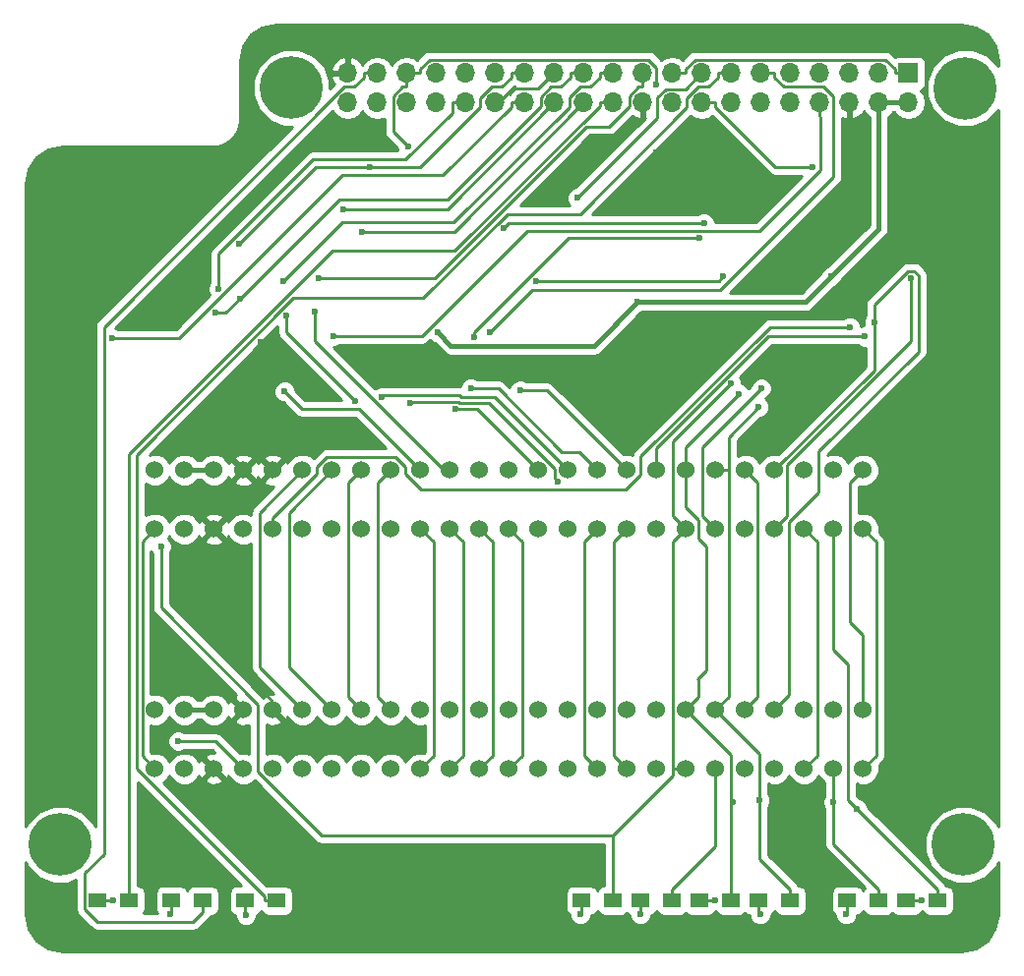
<source format=gbr>
G04 #@! TF.FileFunction,Copper,L1,Top,Signal*
%FSLAX46Y46*%
G04 Gerber Fmt 4.6, Leading zero omitted, Abs format (unit mm)*
G04 Created by KiCad (PCBNEW 4.0.7) date 01/21/18 21:40:20*
%MOMM*%
%LPD*%
G01*
G04 APERTURE LIST*
%ADD10C,0.100000*%
%ADD11C,5.400000*%
%ADD12C,1.524000*%
%ADD13R,1.500000X1.300000*%
%ADD14R,1.700000X1.700000*%
%ADD15O,1.700000X1.700000*%
%ADD16C,0.600000*%
%ADD17C,0.250000*%
%ADD18C,0.400000*%
%ADD19C,0.254000*%
G04 APERTURE END LIST*
D10*
D11*
X210312000Y-122174000D03*
X132588000Y-122174000D03*
X152459000Y-56992500D03*
D12*
X201676000Y-110561000D03*
X201676000Y-115641000D03*
X199136000Y-110561000D03*
X199136000Y-115641000D03*
X196596000Y-110561000D03*
X196596000Y-115641000D03*
X194056000Y-110561000D03*
X194056000Y-115641000D03*
X191516000Y-110561000D03*
X191516000Y-115641000D03*
X188976000Y-110561000D03*
X188976000Y-115641000D03*
X186436000Y-110561000D03*
X186436000Y-115641000D03*
X183896000Y-110561000D03*
X183896000Y-115641000D03*
X181356000Y-110561000D03*
X181356000Y-115641000D03*
X178816000Y-110561000D03*
X178816000Y-115641000D03*
X176276000Y-110561000D03*
X176276000Y-115641000D03*
X173736000Y-110561000D03*
X173736000Y-115641000D03*
X171196000Y-110561000D03*
X171196000Y-115641000D03*
X168656000Y-110561000D03*
X168656000Y-115641000D03*
X166116000Y-110561000D03*
X166116000Y-115641000D03*
X163576000Y-110561000D03*
X163576000Y-115641000D03*
X161036000Y-110561000D03*
X161036000Y-115641000D03*
X158496000Y-110561000D03*
X158496000Y-115641000D03*
X155956000Y-110561000D03*
X155956000Y-115641000D03*
X153416000Y-110561000D03*
X153416000Y-115641000D03*
X150876000Y-110561000D03*
X150876000Y-115641000D03*
X148336000Y-110561000D03*
X148336000Y-115641000D03*
X145796000Y-110561000D03*
X145796000Y-115641000D03*
X143256000Y-110561000D03*
X143256000Y-115641000D03*
X140716000Y-110561000D03*
X140716000Y-115641000D03*
X201676000Y-89916000D03*
X201676000Y-94996000D03*
X199136000Y-89916000D03*
X199136000Y-94996000D03*
X196596000Y-89916000D03*
X196596000Y-94996000D03*
X194056000Y-89916000D03*
X194056000Y-94996000D03*
X191516000Y-89916000D03*
X191516000Y-94996000D03*
X188976000Y-89916000D03*
X188976000Y-94996000D03*
X186436000Y-89916000D03*
X186436000Y-94996000D03*
X183896000Y-89916000D03*
X183896000Y-94996000D03*
X181356000Y-89916000D03*
X181356000Y-94996000D03*
X178816000Y-89916000D03*
X178816000Y-94996000D03*
X176276000Y-89916000D03*
X176276000Y-94996000D03*
X173736000Y-89916000D03*
X173736000Y-94996000D03*
X171196000Y-89916000D03*
X171196000Y-94996000D03*
X168656000Y-89916000D03*
X168656000Y-94996000D03*
X166116000Y-89916000D03*
X166116000Y-94996000D03*
X163576000Y-89916000D03*
X163576000Y-94996000D03*
X161036000Y-89916000D03*
X161036000Y-94996000D03*
X158496000Y-89916000D03*
X158496000Y-94996000D03*
X155956000Y-89916000D03*
X155956000Y-94996000D03*
X153416000Y-89916000D03*
X153416000Y-94996000D03*
X150876000Y-89916000D03*
X150876000Y-94996000D03*
X148336000Y-89916000D03*
X148336000Y-94996000D03*
X145796000Y-89916000D03*
X145796000Y-94996000D03*
X143256000Y-89916000D03*
X143256000Y-94996000D03*
X140716000Y-89916000D03*
X140716000Y-94996000D03*
D13*
X208106000Y-127000000D03*
X205406000Y-127000000D03*
X203026000Y-127000000D03*
X200326000Y-127000000D03*
X195406000Y-127000000D03*
X192706000Y-127000000D03*
X190326000Y-127000000D03*
X187626000Y-127000000D03*
X185246000Y-127000000D03*
X182546000Y-127000000D03*
X180166000Y-127000000D03*
X177466000Y-127000000D03*
X151210000Y-127000000D03*
X148510000Y-127000000D03*
X144860000Y-127000000D03*
X142160000Y-127000000D03*
X138510000Y-127000000D03*
X135810000Y-127000000D03*
D11*
X210483000Y-57023000D03*
D14*
X205572000Y-55727600D03*
D15*
X205572000Y-58267600D03*
X203032000Y-55727600D03*
X203032000Y-58267600D03*
X200492000Y-55727600D03*
X200492000Y-58267600D03*
X197952000Y-55727600D03*
X197952000Y-58267600D03*
X195412000Y-55727600D03*
X195412000Y-58267600D03*
X192872000Y-55727600D03*
X192872000Y-58267600D03*
X190332000Y-55727600D03*
X190332000Y-58267600D03*
X187792000Y-55727600D03*
X187792000Y-58267600D03*
X185252000Y-55727600D03*
X185252000Y-58267600D03*
X182712000Y-55727600D03*
X182712000Y-58267600D03*
X180172000Y-55727600D03*
X180172000Y-58267600D03*
X177632000Y-55727600D03*
X177632000Y-58267600D03*
X175092000Y-55727600D03*
X175092000Y-58267600D03*
X172552000Y-55727600D03*
X172552000Y-58267600D03*
X170012000Y-55727600D03*
X170012000Y-58267600D03*
X167472000Y-55727600D03*
X167472000Y-58267600D03*
X164932000Y-55727600D03*
X164932000Y-58267600D03*
X162392000Y-55727600D03*
X162392000Y-58267600D03*
X159852000Y-55727600D03*
X159852000Y-58267600D03*
X157312000Y-55727600D03*
X157312000Y-58267600D03*
D16*
X186944000Y-62547500D03*
X183896000Y-62547500D03*
X165735000Y-80900000D03*
X160655000Y-80900000D03*
X177165000Y-80900000D03*
X210185000Y-71500000D03*
X195072000Y-76581000D03*
X200025000Y-80900000D03*
X198056500Y-82931000D03*
X195072000Y-71691500D03*
X148209000Y-101409500D03*
X144145000Y-71500000D03*
X149225000Y-80835500D03*
X149860000Y-78930500D03*
X142811500Y-77152500D03*
X195376800Y-53644800D03*
X182254800Y-75453600D03*
X198923200Y-73227500D03*
X165089800Y-78081400D03*
X154823300Y-73425800D03*
X148046700Y-75144600D03*
X145909700Y-76392500D03*
X156098300Y-78370200D03*
X156942300Y-67466300D03*
X158515200Y-69373800D03*
X151781300Y-73668600D03*
X146190600Y-74293900D03*
X197364400Y-63795000D03*
X199136000Y-118538000D03*
X202624300Y-77181800D03*
X205794600Y-73427000D03*
X192786000Y-118364000D03*
X192702200Y-84467800D03*
X192927400Y-82862500D03*
X190500000Y-118538000D03*
X190992600Y-83357200D03*
X190331300Y-82473200D03*
X141234700Y-96509000D03*
X201848800Y-78421900D03*
X172161100Y-83034100D03*
X167917000Y-82893000D03*
X160221100Y-83646000D03*
X162673000Y-84119700D03*
X175385900Y-90879400D03*
X166616400Y-84667600D03*
X154472300Y-76278200D03*
X152049400Y-76605600D03*
X157987900Y-83999100D03*
X151884900Y-83158900D03*
X200537100Y-77593400D03*
X142731400Y-113265000D03*
X201168000Y-119126000D03*
X169573500Y-78006100D03*
X187626000Y-69921200D03*
X168229700Y-78486000D03*
X177096200Y-66486700D03*
X159217800Y-63855900D03*
X147978200Y-70439600D03*
X137042200Y-78556400D03*
X162493900Y-62055400D03*
X183903800Y-56737300D03*
X187972100Y-68662500D03*
X170746200Y-69042000D03*
X189644100Y-73227500D03*
X173505100Y-73625300D03*
X206756000Y-127005000D03*
X200223700Y-128202200D03*
X192822600Y-128202200D03*
X188976000Y-127005000D03*
X182510400Y-128202200D03*
X177333200Y-128202200D03*
X148566200Y-128270000D03*
X142040000Y-128181000D03*
X137094200Y-127005000D03*
D17*
X186880500Y-62611000D02*
X186944000Y-62547500D01*
X183959500Y-62611000D02*
X186880500Y-62611000D01*
X183896000Y-62547500D02*
X183959500Y-62611000D01*
X170012000Y-58267600D02*
X170332400Y-58267600D01*
X170332400Y-58267600D02*
X171513500Y-57086500D01*
X171513500Y-57086500D02*
X173733100Y-57086500D01*
X173733100Y-57086500D02*
X175092000Y-55727600D01*
X165735000Y-80900000D02*
X165735000Y-80899000D01*
X160655000Y-80900000D02*
X160655000Y-80899000D01*
X177165000Y-80900000D02*
X177165000Y-80899000D01*
X195072000Y-76581000D02*
X199390000Y-76581000D01*
X204025500Y-71945500D02*
X199390000Y-76581000D01*
X209739500Y-71945500D02*
X204025500Y-71945500D01*
X209739500Y-71945500D02*
X210185000Y-71500000D01*
X198056500Y-82931000D02*
X198056500Y-82868500D01*
X198056500Y-82868500D02*
X200025000Y-80900000D01*
X150876000Y-110561000D02*
X150876000Y-109855000D01*
X150876000Y-109855000D02*
X149987000Y-108966000D01*
X149225000Y-79565500D02*
X149225000Y-80835500D01*
X149860000Y-78930500D02*
X149225000Y-79565500D01*
X142811500Y-72833500D02*
X142811500Y-77152500D01*
X142811500Y-72833500D02*
X144145000Y-71500000D01*
D18*
X145796000Y-89916000D02*
X143256000Y-89916000D01*
X143256000Y-110561000D02*
X145796000Y-110561000D01*
X196697100Y-75453600D02*
X182254800Y-75453600D01*
X198923200Y-73227500D02*
X196697100Y-75453600D01*
X166208500Y-79200100D02*
X165089800Y-78081400D01*
X178508300Y-79200100D02*
X166208500Y-79200100D01*
X182254800Y-75453600D02*
X178508300Y-79200100D01*
X205572000Y-58267600D02*
X204321700Y-58267600D01*
X203032000Y-69118700D02*
X198923200Y-73227500D01*
X203032000Y-58267600D02*
X203032000Y-69118700D01*
X203032000Y-58267600D02*
X204321700Y-58267600D01*
D17*
X182344600Y-56902900D02*
X182712000Y-56902900D01*
X181536700Y-57710800D02*
X182344600Y-56902900D01*
X181536700Y-58594800D02*
X181536700Y-57710800D01*
X179824300Y-60307200D02*
X181536700Y-58594800D01*
X177891600Y-60307200D02*
X179824300Y-60307200D01*
X164773000Y-73425800D02*
X177891600Y-60307200D01*
X154823300Y-73425800D02*
X164773000Y-73425800D01*
X182712000Y-55727600D02*
X182712000Y-56902900D01*
X176456700Y-56095000D02*
X176456700Y-55727600D01*
X175648800Y-56902900D02*
X176456700Y-56095000D01*
X174791900Y-56902900D02*
X175648800Y-56902900D01*
X173916600Y-57778200D02*
X174791900Y-56902900D01*
X173916600Y-58569400D02*
X173916600Y-57778200D01*
X165884500Y-66601500D02*
X173916600Y-58569400D01*
X156589800Y-66601500D02*
X165884500Y-66601500D01*
X148046700Y-75144600D02*
X156589800Y-66601500D01*
X177632000Y-55727600D02*
X176456700Y-55727600D01*
X146798800Y-76392500D02*
X148046700Y-75144600D01*
X145909700Y-76392500D02*
X146798800Y-76392500D01*
X197952000Y-58267600D02*
X197952000Y-59442900D01*
X197989700Y-59480600D02*
X197952000Y-59442900D01*
X197989700Y-64060100D02*
X197989700Y-59480600D01*
X192762000Y-69287800D02*
X197989700Y-64060100D01*
X172752800Y-69287800D02*
X192762000Y-69287800D01*
X163670400Y-78370200D02*
X172752800Y-69287800D01*
X156098300Y-78370200D02*
X163670400Y-78370200D01*
X158676700Y-56095000D02*
X158676700Y-55727600D01*
X157868800Y-56902900D02*
X158676700Y-56095000D01*
X157014400Y-56902900D02*
X157868800Y-56902900D01*
X136331000Y-77586300D02*
X157014400Y-56902900D01*
X136331000Y-122968000D02*
X136331000Y-77586300D01*
X134706900Y-124592100D02*
X136331000Y-122968000D01*
X134706900Y-127761500D02*
X134706900Y-124592100D01*
X135762400Y-128817000D02*
X134706900Y-127761500D01*
X144018300Y-128817000D02*
X135762400Y-128817000D01*
X144860000Y-127975300D02*
X144018300Y-128817000D01*
X159852000Y-55727600D02*
X158676700Y-55727600D01*
X144860000Y-127000000D02*
X144860000Y-127975300D01*
X190332000Y-55727600D02*
X189156700Y-55727600D01*
X189156700Y-55727600D02*
X189156700Y-56095000D01*
X189156700Y-56095000D02*
X188348800Y-56902900D01*
X188348800Y-56902900D02*
X187494400Y-56902900D01*
X187494400Y-56902900D02*
X186522000Y-57875300D01*
X186522000Y-57875300D02*
X186522000Y-58661800D01*
X151210000Y-127000000D02*
X150134700Y-127000000D01*
X150134700Y-126616900D02*
X150134700Y-127000000D01*
X139151900Y-115634100D02*
X150134700Y-126616900D01*
X139151900Y-88618800D02*
X139151900Y-115634100D01*
X152662100Y-75108600D02*
X139151900Y-88618800D01*
X163795300Y-75108600D02*
X152662100Y-75108600D01*
X171058300Y-67845600D02*
X163795300Y-75108600D01*
X177338200Y-67845600D02*
X171058300Y-67845600D01*
X186522000Y-58661800D02*
X177338200Y-67845600D01*
X165893300Y-67466300D02*
X175092000Y-58267600D01*
X156942300Y-67466300D02*
X165893300Y-67466300D01*
X166525800Y-69373800D02*
X177632000Y-58267600D01*
X158515200Y-69373800D02*
X166525800Y-69373800D01*
X180172000Y-55727600D02*
X178996700Y-55727600D01*
X156870600Y-68579300D02*
X151781300Y-73668600D01*
X166446700Y-68579300D02*
X156870600Y-68579300D01*
X176395400Y-58630600D02*
X166446700Y-68579300D01*
X176395400Y-57820000D02*
X176395400Y-58630600D01*
X177312500Y-56902900D02*
X176395400Y-57820000D01*
X178188800Y-56902900D02*
X177312500Y-56902900D01*
X178996700Y-56095000D02*
X178188800Y-56902900D01*
X178996700Y-55727600D02*
X178996700Y-56095000D01*
X167472000Y-58267600D02*
X166296700Y-58267600D01*
X146190600Y-71263200D02*
X146190600Y-74293900D01*
X154300700Y-63153100D02*
X146190600Y-71263200D01*
X162292700Y-63153100D02*
X154300700Y-63153100D01*
X166296700Y-59149100D02*
X162292700Y-63153100D01*
X166296700Y-58267600D02*
X166296700Y-59149100D01*
X188967300Y-58634900D02*
X188967300Y-58267600D01*
X194127400Y-63795000D02*
X188967300Y-58634900D01*
X197364400Y-63795000D02*
X194127400Y-63795000D01*
X187792000Y-58267600D02*
X188967300Y-58267600D01*
X178996700Y-58565200D02*
X178996700Y-58267600D01*
X166532700Y-71029200D02*
X178996700Y-58565200D01*
X156043100Y-71029200D02*
X166532700Y-71029200D01*
X138510000Y-88562300D02*
X156043100Y-71029200D01*
X180172000Y-58267600D02*
X178996700Y-58267600D01*
X138510000Y-127000000D02*
X138510000Y-88562300D01*
X201676000Y-104151800D02*
X201676000Y-110561000D01*
X200576600Y-103052400D02*
X201676000Y-104151800D01*
X200576600Y-91015400D02*
X200576600Y-103052400D01*
X201676000Y-89916000D02*
X200576600Y-91015400D01*
X202795600Y-114521400D02*
X201676000Y-115641000D01*
X202795600Y-96115600D02*
X202795600Y-114521400D01*
X201676000Y-94996000D02*
X202795600Y-96115600D01*
X199136000Y-118538000D02*
X199136000Y-118618000D01*
X199136000Y-122134700D02*
X203026000Y-126024700D01*
X199136000Y-115641000D02*
X199136000Y-118618000D01*
X199136000Y-118618000D02*
X199136000Y-122134700D01*
X203026000Y-127000000D02*
X203026000Y-126024700D01*
X197707200Y-114529800D02*
X196596000Y-115641000D01*
X197707200Y-96107200D02*
X197707200Y-114529800D01*
X196596000Y-94996000D02*
X197707200Y-96107200D01*
X202624300Y-81347700D02*
X202624300Y-77181800D01*
X194056000Y-89916000D02*
X202624300Y-81347700D01*
X195326000Y-109291000D02*
X194056000Y-110561000D01*
X195326000Y-94362900D02*
X195326000Y-109291000D01*
X197866000Y-91822900D02*
X195326000Y-94362900D01*
X197866000Y-88288700D02*
X197866000Y-91822900D01*
X206445700Y-79709000D02*
X197866000Y-88288700D01*
X206445700Y-73151200D02*
X206445700Y-79709000D01*
X206062500Y-72768000D02*
X206445700Y-73151200D01*
X205568200Y-72768000D02*
X206062500Y-72768000D01*
X202624300Y-75711900D02*
X205568200Y-72768000D01*
X202624300Y-77181800D02*
X202624300Y-75711900D01*
X195149800Y-93902200D02*
X194056000Y-94996000D01*
X195149800Y-89459100D02*
X195149800Y-93902200D01*
X205794600Y-78814300D02*
X195149800Y-89459100D01*
X205794600Y-73427000D02*
X205794600Y-78814300D01*
X192605400Y-109471600D02*
X191516000Y-110561000D01*
X192605400Y-91005400D02*
X192605400Y-109471600D01*
X191516000Y-89916000D02*
X192605400Y-91005400D01*
X192786000Y-114371000D02*
X188976000Y-110561000D01*
X192786000Y-123404700D02*
X192786000Y-118364000D01*
X192786000Y-118364000D02*
X192786000Y-114371000D01*
X190088100Y-87081900D02*
X190088100Y-89916000D01*
X192702200Y-84467800D02*
X190088100Y-87081900D01*
X188976000Y-89916000D02*
X190088100Y-89916000D01*
X190088100Y-109448900D02*
X188976000Y-110561000D01*
X190088100Y-89916000D02*
X190088100Y-109448900D01*
X195406000Y-126024700D02*
X192786000Y-123404700D01*
X195406000Y-127000000D02*
X195406000Y-126024700D01*
X187857000Y-87932900D02*
X192927400Y-82862500D01*
X187857000Y-93877000D02*
X187857000Y-87932900D01*
X188976000Y-94996000D02*
X187857000Y-93877000D01*
X188976000Y-122294700D02*
X185246000Y-126024700D01*
X188976000Y-115641000D02*
X188976000Y-122294700D01*
X185246000Y-127000000D02*
X185246000Y-126024700D01*
X187525800Y-94234000D02*
X187525800Y-95831800D01*
X187452000Y-107950000D02*
X187525800Y-107950000D01*
X187525800Y-107876200D02*
X187452000Y-107950000D01*
X188214000Y-107188000D02*
X187525800Y-107876200D01*
X188214000Y-96520000D02*
X188214000Y-107188000D01*
X187525800Y-95831800D02*
X188214000Y-96520000D01*
X190500000Y-118538000D02*
X190500000Y-118618000D01*
X187525800Y-109471200D02*
X186436000Y-110561000D01*
X187525800Y-94182700D02*
X187525800Y-94234000D01*
X187525800Y-107950000D02*
X187525800Y-109471200D01*
X186436000Y-93092900D02*
X187525800Y-94182700D01*
X186436000Y-89916000D02*
X186436000Y-93092900D01*
X186436000Y-87913800D02*
X186436000Y-89916000D01*
X190992600Y-83357200D02*
X186436000Y-87913800D01*
X186436000Y-110561000D02*
X190326000Y-114451000D01*
X190326000Y-114451000D02*
X190326000Y-127000000D01*
X185325200Y-93885200D02*
X186436000Y-94996000D01*
X185325200Y-87479300D02*
X185325200Y-93885200D01*
X190331300Y-82473200D02*
X185325200Y-87479300D01*
X185320300Y-115641000D02*
X186436000Y-115641000D01*
X185320300Y-116204300D02*
X185320300Y-115641000D01*
X185320300Y-96111700D02*
X186436000Y-94996000D01*
X185320300Y-115641000D02*
X185320300Y-96111700D01*
X180166000Y-121358600D02*
X185320300Y-116204300D01*
X155052500Y-121358600D02*
X180166000Y-121358600D01*
X149606000Y-115912100D02*
X155052500Y-121358600D01*
X149606000Y-110106800D02*
X149606000Y-115912100D01*
X141234700Y-101735500D02*
X149606000Y-110106800D01*
X141234700Y-96509000D02*
X141234700Y-101735500D01*
X180166000Y-126024700D02*
X180166000Y-121358600D01*
X180166000Y-127000000D02*
X180166000Y-126024700D01*
X183896000Y-88024200D02*
X183896000Y-89916000D01*
X193498300Y-78421900D02*
X183896000Y-88024200D01*
X201848800Y-78421900D02*
X193498300Y-78421900D01*
X174474100Y-83034100D02*
X181356000Y-89916000D01*
X172161100Y-83034100D02*
X174474100Y-83034100D01*
X180244700Y-114529700D02*
X181356000Y-115641000D01*
X180244700Y-96107300D02*
X180244700Y-114529700D01*
X181356000Y-94996000D02*
X180244700Y-96107300D01*
X177241000Y-88341000D02*
X178816000Y-89916000D01*
X175735500Y-88341000D02*
X177241000Y-88341000D01*
X170287500Y-82893000D02*
X175735500Y-88341000D01*
X167917000Y-82893000D02*
X170287500Y-82893000D01*
X177704700Y-114529700D02*
X178816000Y-115641000D01*
X177704700Y-96107300D02*
X177704700Y-114529700D01*
X178816000Y-94996000D02*
X177704700Y-96107300D01*
X160440600Y-83426500D02*
X160221100Y-83646000D01*
X166896600Y-83426500D02*
X160440600Y-83426500D01*
X167080600Y-83610500D02*
X166896600Y-83426500D01*
X169970500Y-83610500D02*
X167080600Y-83610500D01*
X176276000Y-89916000D02*
X169970500Y-83610500D01*
X162750400Y-84042300D02*
X162673000Y-84119700D01*
X166875500Y-84042300D02*
X162750400Y-84042300D01*
X166952900Y-84119700D02*
X166875500Y-84042300D01*
X169501100Y-84119700D02*
X166952900Y-84119700D01*
X175165400Y-89784000D02*
X169501100Y-84119700D01*
X175165400Y-90658900D02*
X175165400Y-89784000D01*
X175385900Y-90879400D02*
X175165400Y-90658900D01*
X168487600Y-84667600D02*
X173736000Y-89916000D01*
X166616400Y-84667600D02*
X168487600Y-84667600D01*
X172307200Y-114529800D02*
X171196000Y-115641000D01*
X172307200Y-96107200D02*
X172307200Y-114529800D01*
X171196000Y-94996000D02*
X172307200Y-96107200D01*
X169767200Y-114529800D02*
X168656000Y-115641000D01*
X169767200Y-96107200D02*
X169767200Y-114529800D01*
X168656000Y-94996000D02*
X169767200Y-96107200D01*
X165606800Y-89916000D02*
X166116000Y-89916000D01*
X154472300Y-78781500D02*
X165606800Y-89916000D01*
X154472300Y-76278200D02*
X154472300Y-78781500D01*
X167227200Y-114529800D02*
X166116000Y-115641000D01*
X167227200Y-96107200D02*
X167227200Y-114529800D01*
X166116000Y-94996000D02*
X167227200Y-96107200D01*
X152049400Y-78060600D02*
X157987900Y-83999100D01*
X152049400Y-76605600D02*
X152049400Y-78060600D01*
X158284400Y-84624400D02*
X163576000Y-89916000D01*
X153350400Y-84624400D02*
X158284400Y-84624400D01*
X151884900Y-83158900D02*
X153350400Y-84624400D01*
X164687200Y-114529800D02*
X163576000Y-115641000D01*
X164687200Y-96107200D02*
X164687200Y-114529800D01*
X163576000Y-94996000D02*
X164687200Y-96107200D01*
X159924700Y-109449700D02*
X161036000Y-110561000D01*
X159924700Y-91027300D02*
X159924700Y-109449700D01*
X161036000Y-89916000D02*
X159924700Y-91027300D01*
X157384700Y-109449700D02*
X158496000Y-110561000D01*
X157384700Y-91027300D02*
X157384700Y-109449700D01*
X158496000Y-89916000D02*
X157384700Y-91027300D01*
X152284800Y-106889800D02*
X155956000Y-110561000D01*
X152284800Y-93587200D02*
X152284800Y-106889800D01*
X155956000Y-89916000D02*
X152284800Y-93587200D01*
X149744300Y-106889300D02*
X153416000Y-110561000D01*
X149744300Y-93587700D02*
X149744300Y-106889300D01*
X153416000Y-89916000D02*
X149744300Y-93587700D01*
X150876000Y-94014200D02*
X150876000Y-94996000D01*
X154686000Y-90204200D02*
X150876000Y-94014200D01*
X154686000Y-89629600D02*
X154686000Y-90204200D01*
X155529100Y-88786500D02*
X154686000Y-89629600D01*
X161453500Y-88786500D02*
X155529100Y-88786500D01*
X162306000Y-89639000D02*
X161453500Y-88786500D01*
X162306000Y-90232500D02*
X162306000Y-89639000D01*
X163646400Y-91572900D02*
X162306000Y-90232500D01*
X181275700Y-91572900D02*
X163646400Y-91572900D01*
X182545700Y-90302900D02*
X181275700Y-91572900D01*
X182545700Y-88737600D02*
X182545700Y-90302900D01*
X193689900Y-77593400D02*
X182545700Y-88737600D01*
X200537100Y-77593400D02*
X193689900Y-77593400D01*
X145960000Y-113265000D02*
X142731400Y-113265000D01*
X148336000Y-115641000D02*
X145960000Y-113265000D01*
X139625100Y-114550100D02*
X140716000Y-115641000D01*
X139625100Y-96086900D02*
X139625100Y-114550100D01*
X140716000Y-94996000D02*
X139625100Y-96086900D01*
X201168000Y-119126000D02*
X201187650Y-119106350D01*
X201187650Y-119106350D02*
X201168000Y-119126000D01*
X201168000Y-119126000D02*
X201168000Y-119086700D01*
X200406000Y-118324700D02*
X201168000Y-119086700D01*
X201168000Y-119086700D02*
X208106000Y-126024700D01*
X200406000Y-106680600D02*
X200406000Y-118324700D01*
X199136000Y-105410600D02*
X200406000Y-106680600D01*
X199136000Y-94996000D02*
X199136000Y-105410600D01*
X208106000Y-127000000D02*
X208106000Y-126024700D01*
X204396700Y-55360200D02*
X204396700Y-55727600D01*
X203588800Y-54552300D02*
X204396700Y-55360200D01*
X187235300Y-54552300D02*
X203588800Y-54552300D01*
X186427300Y-55360300D02*
X187235300Y-54552300D01*
X186427300Y-55727600D02*
X186427300Y-55360300D01*
X185252000Y-55727600D02*
X186427300Y-55727600D01*
X205572000Y-55727600D02*
X204396700Y-55727600D01*
X173199500Y-74380100D02*
X169573500Y-78006100D01*
X189380600Y-74380100D02*
X173199500Y-74380100D01*
X199128900Y-64631800D02*
X189380600Y-74380100D01*
X199128900Y-57743500D02*
X199128900Y-64631800D01*
X198288300Y-56902900D02*
X199128900Y-57743500D01*
X194855200Y-56902900D02*
X198288300Y-56902900D01*
X194047300Y-56095000D02*
X194855200Y-56902900D01*
X194047300Y-55727600D02*
X194047300Y-56095000D01*
X192872000Y-55727600D02*
X194047300Y-55727600D01*
X168229700Y-78016400D02*
X168229700Y-78486000D01*
X176324900Y-69921200D02*
X168229700Y-78016400D01*
X187626000Y-69921200D02*
X176324900Y-69921200D01*
X183982000Y-59600900D02*
X177096200Y-66486700D01*
X183982000Y-57836600D02*
X183982000Y-59600900D01*
X184726400Y-57092200D02*
X183982000Y-57836600D01*
X186427400Y-57092200D02*
X184726400Y-57092200D01*
X187792000Y-55727600D02*
X186427400Y-57092200D01*
X172552000Y-55727600D02*
X171376700Y-55727600D01*
X163565400Y-63855900D02*
X159217800Y-63855900D01*
X168742000Y-58679300D02*
X163565400Y-63855900D01*
X168742000Y-57873400D02*
X168742000Y-58679300D01*
X169712500Y-56902900D02*
X168742000Y-57873400D01*
X170568800Y-56902900D02*
X169712500Y-56902900D01*
X171376700Y-56095000D02*
X170568800Y-56902900D01*
X171376700Y-55727600D02*
X171376700Y-56095000D01*
X154561900Y-63855900D02*
X159217800Y-63855900D01*
X147978200Y-70439600D02*
X154561900Y-63855900D01*
X171376700Y-58634900D02*
X171376700Y-58267600D01*
X165472700Y-64538900D02*
X171376700Y-58634900D01*
X156841800Y-64538900D02*
X165472700Y-64538900D01*
X142824300Y-78556400D02*
X156841800Y-64538900D01*
X137042200Y-78556400D02*
X142824300Y-78556400D01*
X172552000Y-58267600D02*
X171376700Y-58267600D01*
X161216600Y-60778100D02*
X162493900Y-62055400D01*
X161216600Y-57711000D02*
X161216600Y-60778100D01*
X162024700Y-56902900D02*
X161216600Y-57711000D01*
X162392000Y-56902900D02*
X162024700Y-56902900D01*
X162392000Y-55727600D02*
X162392000Y-56902900D01*
X163567300Y-55360200D02*
X163567300Y-55727600D01*
X164375200Y-54552300D02*
X163567300Y-55360200D01*
X183223400Y-54552300D02*
X164375200Y-54552300D01*
X183903800Y-55232700D02*
X183223400Y-54552300D01*
X183903800Y-56737300D02*
X183903800Y-55232700D01*
X162392000Y-55727600D02*
X163567300Y-55727600D01*
X171125700Y-68662500D02*
X170746200Y-69042000D01*
X187972100Y-68662500D02*
X171125700Y-68662500D01*
X189246300Y-73625300D02*
X173505100Y-73625300D01*
X189644100Y-73227500D02*
X189246300Y-73625300D01*
X205406000Y-127000000D02*
X206481300Y-127000000D01*
X206486300Y-127005000D02*
X206481300Y-127000000D01*
X206756000Y-127005000D02*
X206486300Y-127005000D01*
X200326000Y-128099900D02*
X200326000Y-127000000D01*
X200223700Y-128202200D02*
X200326000Y-128099900D01*
X192706000Y-128085600D02*
X192706000Y-127000000D01*
X192822600Y-128202200D02*
X192706000Y-128085600D01*
X187626000Y-127000000D02*
X188701300Y-127000000D01*
X188706300Y-127005000D02*
X188701300Y-127000000D01*
X188976000Y-127005000D02*
X188706300Y-127005000D01*
X182546000Y-128166600D02*
X182546000Y-127000000D01*
X182510400Y-128202200D02*
X182546000Y-128166600D01*
X177466000Y-128069400D02*
X177466000Y-127000000D01*
X177333200Y-128202200D02*
X177466000Y-128069400D01*
X148510000Y-128213800D02*
X148510000Y-127000000D01*
X148566200Y-128270000D02*
X148510000Y-128213800D01*
X142160000Y-128061000D02*
X142160000Y-127000000D01*
X142040000Y-128181000D02*
X142160000Y-128061000D01*
X135810000Y-127000000D02*
X136885300Y-127000000D01*
X136890300Y-127005000D02*
X136885300Y-127000000D01*
X137094200Y-127005000D02*
X136890300Y-127005000D01*
D19*
G36*
X211365995Y-51758824D02*
X212367196Y-52427804D01*
X213036175Y-53429005D01*
X213285000Y-54679931D01*
X213285000Y-55109371D01*
X212374593Y-54197373D01*
X211149283Y-53688580D01*
X209822538Y-53687422D01*
X208596342Y-54194076D01*
X207657373Y-55131407D01*
X207148580Y-56356717D01*
X207147422Y-57683462D01*
X207654076Y-58909658D01*
X208591407Y-59848627D01*
X209816717Y-60357420D01*
X211143462Y-60358578D01*
X212369658Y-59851924D01*
X213285000Y-58938179D01*
X213285000Y-120636032D01*
X213140924Y-120287342D01*
X212203593Y-119348373D01*
X210978283Y-118839580D01*
X209651538Y-118838422D01*
X208425342Y-119345076D01*
X207486373Y-120282407D01*
X206977580Y-121507717D01*
X206976422Y-122834462D01*
X207483076Y-124060658D01*
X208420407Y-124999627D01*
X209645717Y-125508420D01*
X210972462Y-125509578D01*
X212198658Y-125002924D01*
X213137627Y-124065593D01*
X213285000Y-123710679D01*
X213285000Y-128166643D01*
X213029525Y-129451001D01*
X212360546Y-130452202D01*
X211359080Y-131121360D01*
X210114760Y-131370000D01*
X132784931Y-131370000D01*
X131534005Y-131121175D01*
X130532804Y-130452196D01*
X129863646Y-129450730D01*
X129615000Y-128206380D01*
X129615000Y-123711968D01*
X129759076Y-124060658D01*
X130696407Y-124999627D01*
X131921717Y-125508420D01*
X133248462Y-125509578D01*
X133946900Y-125220989D01*
X133946900Y-127761500D01*
X134004752Y-128052339D01*
X134169499Y-128298901D01*
X135224999Y-129354401D01*
X135471560Y-129519148D01*
X135519814Y-129528746D01*
X135762400Y-129577000D01*
X144018300Y-129577000D01*
X144309139Y-129519148D01*
X144555701Y-129354401D01*
X145397401Y-128512701D01*
X145541233Y-128297440D01*
X145610000Y-128297440D01*
X145845317Y-128253162D01*
X146061441Y-128114090D01*
X146206431Y-127901890D01*
X146257440Y-127650000D01*
X146257440Y-126350000D01*
X146213162Y-126114683D01*
X146074090Y-125898559D01*
X145861890Y-125753569D01*
X145610000Y-125702560D01*
X144110000Y-125702560D01*
X143874683Y-125746838D01*
X143658559Y-125885910D01*
X143513569Y-126098110D01*
X143510919Y-126111197D01*
X143374090Y-125898559D01*
X143161890Y-125753569D01*
X142910000Y-125702560D01*
X141410000Y-125702560D01*
X141174683Y-125746838D01*
X140958559Y-125885910D01*
X140813569Y-126098110D01*
X140762560Y-126350000D01*
X140762560Y-127650000D01*
X140806838Y-127885317D01*
X140917313Y-128057000D01*
X139750449Y-128057000D01*
X139856431Y-127901890D01*
X139907440Y-127650000D01*
X139907440Y-126350000D01*
X139863162Y-126114683D01*
X139724090Y-125898559D01*
X139511890Y-125753569D01*
X139270000Y-125704585D01*
X139270000Y-116827002D01*
X148145558Y-125702560D01*
X147760000Y-125702560D01*
X147524683Y-125746838D01*
X147308559Y-125885910D01*
X147163569Y-126098110D01*
X147112560Y-126350000D01*
X147112560Y-127650000D01*
X147156838Y-127885317D01*
X147295910Y-128101441D01*
X147508110Y-128246431D01*
X147631198Y-128271357D01*
X147631038Y-128455167D01*
X147773083Y-128798943D01*
X148035873Y-129062192D01*
X148379401Y-129204838D01*
X148751367Y-129205162D01*
X149095143Y-129063117D01*
X149358392Y-128800327D01*
X149501038Y-128456799D01*
X149501219Y-128249364D01*
X149711441Y-128114090D01*
X149856431Y-127901890D01*
X149859081Y-127888803D01*
X149995910Y-128101441D01*
X150208110Y-128246431D01*
X150460000Y-128297440D01*
X151960000Y-128297440D01*
X152195317Y-128253162D01*
X152411441Y-128114090D01*
X152556431Y-127901890D01*
X152607440Y-127650000D01*
X152607440Y-126350000D01*
X152563162Y-126114683D01*
X152424090Y-125898559D01*
X152211890Y-125753569D01*
X151960000Y-125702560D01*
X150460000Y-125702560D01*
X150321267Y-125728665D01*
X141444251Y-116851649D01*
X141506303Y-116826010D01*
X141899629Y-116433370D01*
X141985949Y-116225488D01*
X142070990Y-116431303D01*
X142463630Y-116824629D01*
X142976900Y-117037757D01*
X143532661Y-117038242D01*
X144046303Y-116826010D01*
X144251457Y-116621213D01*
X144995392Y-116621213D01*
X145064857Y-116863397D01*
X145588302Y-117050144D01*
X146143368Y-117022362D01*
X146527143Y-116863397D01*
X146596608Y-116621213D01*
X145796000Y-115820605D01*
X144995392Y-116621213D01*
X144251457Y-116621213D01*
X144439629Y-116433370D01*
X144519395Y-116241273D01*
X144573603Y-116372143D01*
X144815787Y-116441608D01*
X145616395Y-115641000D01*
X144815787Y-114840392D01*
X144573603Y-114909857D01*
X144523491Y-115050318D01*
X144441010Y-114850697D01*
X144048370Y-114457371D01*
X143535100Y-114244243D01*
X142979339Y-114243758D01*
X142465697Y-114455990D01*
X142072371Y-114848630D01*
X141986051Y-115056512D01*
X141901010Y-114850697D01*
X141508370Y-114457371D01*
X140995100Y-114244243D01*
X140439339Y-114243758D01*
X140406945Y-114257143D01*
X140385100Y-114235298D01*
X140385100Y-111936248D01*
X140436900Y-111957757D01*
X140992661Y-111958242D01*
X141506303Y-111746010D01*
X141899629Y-111353370D01*
X141985949Y-111145488D01*
X142070990Y-111351303D01*
X142463630Y-111744629D01*
X142976900Y-111957757D01*
X143532661Y-111958242D01*
X144046303Y-111746010D01*
X144396925Y-111396000D01*
X144655609Y-111396000D01*
X145003630Y-111744629D01*
X145516900Y-111957757D01*
X146072661Y-111958242D01*
X146586303Y-111746010D01*
X146979629Y-111353370D01*
X147059395Y-111161273D01*
X147113603Y-111292143D01*
X147355787Y-111361608D01*
X148156395Y-110561000D01*
X147355787Y-109760392D01*
X147113603Y-109829857D01*
X147063491Y-109970318D01*
X146981010Y-109770697D01*
X146588370Y-109377371D01*
X146075100Y-109164243D01*
X145519339Y-109163758D01*
X145005697Y-109375990D01*
X144655075Y-109726000D01*
X144396391Y-109726000D01*
X144048370Y-109377371D01*
X143535100Y-109164243D01*
X142979339Y-109163758D01*
X142465697Y-109375990D01*
X142072371Y-109768630D01*
X141986051Y-109976512D01*
X141901010Y-109770697D01*
X141508370Y-109377371D01*
X140995100Y-109164243D01*
X140439339Y-109163758D01*
X140385100Y-109186169D01*
X140385100Y-96901243D01*
X140441583Y-97037943D01*
X140474700Y-97071118D01*
X140474700Y-101735500D01*
X140532552Y-102026339D01*
X140697299Y-102272901D01*
X147716682Y-109292284D01*
X147604857Y-109338603D01*
X147535392Y-109580787D01*
X148336000Y-110381395D01*
X148350143Y-110367253D01*
X148529748Y-110546858D01*
X148515605Y-110561000D01*
X148529748Y-110575143D01*
X148350143Y-110754748D01*
X148336000Y-110740605D01*
X147535392Y-111541213D01*
X147604857Y-111783397D01*
X148128302Y-111970144D01*
X148683368Y-111942362D01*
X148846000Y-111874998D01*
X148846000Y-114340121D01*
X148615100Y-114244243D01*
X148059339Y-114243758D01*
X148026945Y-114257143D01*
X146497401Y-112727599D01*
X146250839Y-112562852D01*
X145960000Y-112505000D01*
X143293863Y-112505000D01*
X143261727Y-112472808D01*
X142918199Y-112330162D01*
X142546233Y-112329838D01*
X142202457Y-112471883D01*
X141939208Y-112734673D01*
X141796562Y-113078201D01*
X141796238Y-113450167D01*
X141938283Y-113793943D01*
X142201073Y-114057192D01*
X142544601Y-114199838D01*
X142916567Y-114200162D01*
X143260343Y-114058117D01*
X143293518Y-114025000D01*
X145645198Y-114025000D01*
X145859282Y-114239084D01*
X145448632Y-114259638D01*
X145064857Y-114418603D01*
X144995392Y-114660787D01*
X145796000Y-115461395D01*
X145810143Y-115447253D01*
X145989748Y-115626858D01*
X145975605Y-115641000D01*
X146776213Y-116441608D01*
X147018397Y-116372143D01*
X147068509Y-116231682D01*
X147150990Y-116431303D01*
X147543630Y-116824629D01*
X148056900Y-117037757D01*
X148612661Y-117038242D01*
X149126303Y-116826010D01*
X149285845Y-116666747D01*
X154515099Y-121896001D01*
X154761660Y-122060748D01*
X155052500Y-122118600D01*
X179406000Y-122118600D01*
X179406000Y-125704442D01*
X179180683Y-125746838D01*
X178964559Y-125885910D01*
X178819569Y-126098110D01*
X178816919Y-126111197D01*
X178680090Y-125898559D01*
X178467890Y-125753569D01*
X178216000Y-125702560D01*
X176716000Y-125702560D01*
X176480683Y-125746838D01*
X176264559Y-125885910D01*
X176119569Y-126098110D01*
X176068560Y-126350000D01*
X176068560Y-127650000D01*
X176112838Y-127885317D01*
X176251910Y-128101441D01*
X176398200Y-128201397D01*
X176398038Y-128387367D01*
X176540083Y-128731143D01*
X176802873Y-128994392D01*
X177146401Y-129137038D01*
X177518367Y-129137362D01*
X177862143Y-128995317D01*
X178125392Y-128732527D01*
X178268038Y-128388999D01*
X178268126Y-128287632D01*
X178451317Y-128253162D01*
X178667441Y-128114090D01*
X178812431Y-127901890D01*
X178815081Y-127888803D01*
X178951910Y-128101441D01*
X179164110Y-128246431D01*
X179416000Y-128297440D01*
X180916000Y-128297440D01*
X181151317Y-128253162D01*
X181358677Y-128119730D01*
X181544110Y-128246431D01*
X181575355Y-128252758D01*
X181575238Y-128387367D01*
X181717283Y-128731143D01*
X181980073Y-128994392D01*
X182323601Y-129137038D01*
X182695567Y-129137362D01*
X183039343Y-128995317D01*
X183302592Y-128732527D01*
X183445238Y-128388999D01*
X183445342Y-128269339D01*
X183531317Y-128253162D01*
X183747441Y-128114090D01*
X183892431Y-127901890D01*
X183895081Y-127888803D01*
X184031910Y-128101441D01*
X184244110Y-128246431D01*
X184496000Y-128297440D01*
X185996000Y-128297440D01*
X186231317Y-128253162D01*
X186438677Y-128119730D01*
X186624110Y-128246431D01*
X186876000Y-128297440D01*
X188376000Y-128297440D01*
X188611317Y-128253162D01*
X188827441Y-128114090D01*
X188946409Y-127939975D01*
X189008044Y-127940029D01*
X189111910Y-128101441D01*
X189324110Y-128246431D01*
X189576000Y-128297440D01*
X191076000Y-128297440D01*
X191311317Y-128253162D01*
X191518677Y-128119730D01*
X191704110Y-128246431D01*
X191887528Y-128283574D01*
X191887438Y-128387367D01*
X192029483Y-128731143D01*
X192292273Y-128994392D01*
X192635801Y-129137038D01*
X193007767Y-129137362D01*
X193351543Y-128995317D01*
X193614792Y-128732527D01*
X193757438Y-128388999D01*
X193757593Y-128210514D01*
X193907441Y-128114090D01*
X194052431Y-127901890D01*
X194055081Y-127888803D01*
X194191910Y-128101441D01*
X194404110Y-128246431D01*
X194656000Y-128297440D01*
X196156000Y-128297440D01*
X196391317Y-128253162D01*
X196607441Y-128114090D01*
X196752431Y-127901890D01*
X196803440Y-127650000D01*
X196803440Y-126350000D01*
X196759162Y-126114683D01*
X196620090Y-125898559D01*
X196407890Y-125753569D01*
X196156000Y-125702560D01*
X196087233Y-125702560D01*
X195943401Y-125487299D01*
X193546000Y-123089898D01*
X193546000Y-118926463D01*
X193578192Y-118894327D01*
X193720838Y-118550799D01*
X193721162Y-118178833D01*
X193579117Y-117835057D01*
X193546000Y-117801882D01*
X193546000Y-116941879D01*
X193776900Y-117037757D01*
X194332661Y-117038242D01*
X194846303Y-116826010D01*
X195239629Y-116433370D01*
X195325949Y-116225488D01*
X195410990Y-116431303D01*
X195803630Y-116824629D01*
X196316900Y-117037757D01*
X196872661Y-117038242D01*
X197386303Y-116826010D01*
X197779629Y-116433370D01*
X197865949Y-116225488D01*
X197950990Y-116431303D01*
X198343630Y-116824629D01*
X198376000Y-116838070D01*
X198376000Y-117975537D01*
X198343808Y-118007673D01*
X198201162Y-118351201D01*
X198200838Y-118723167D01*
X198342883Y-119066943D01*
X198376000Y-119100118D01*
X198376000Y-122134700D01*
X198433852Y-122425539D01*
X198598599Y-122672101D01*
X201819627Y-125893129D01*
X201679569Y-126098110D01*
X201676919Y-126111197D01*
X201540090Y-125898559D01*
X201327890Y-125753569D01*
X201076000Y-125702560D01*
X199576000Y-125702560D01*
X199340683Y-125746838D01*
X199124559Y-125885910D01*
X198979569Y-126098110D01*
X198928560Y-126350000D01*
X198928560Y-127650000D01*
X198972838Y-127885317D01*
X199111910Y-128101441D01*
X199288682Y-128222224D01*
X199288538Y-128387367D01*
X199430583Y-128731143D01*
X199693373Y-128994392D01*
X200036901Y-129137038D01*
X200408867Y-129137362D01*
X200752643Y-128995317D01*
X201015892Y-128732527D01*
X201158538Y-128388999D01*
X201158631Y-128281892D01*
X201311317Y-128253162D01*
X201527441Y-128114090D01*
X201672431Y-127901890D01*
X201675081Y-127888803D01*
X201811910Y-128101441D01*
X202024110Y-128246431D01*
X202276000Y-128297440D01*
X203776000Y-128297440D01*
X204011317Y-128253162D01*
X204218677Y-128119730D01*
X204404110Y-128246431D01*
X204656000Y-128297440D01*
X206156000Y-128297440D01*
X206391317Y-128253162D01*
X206607441Y-128114090D01*
X206726409Y-127939975D01*
X206788044Y-127940029D01*
X206891910Y-128101441D01*
X207104110Y-128246431D01*
X207356000Y-128297440D01*
X208856000Y-128297440D01*
X209091317Y-128253162D01*
X209307441Y-128114090D01*
X209452431Y-127901890D01*
X209503440Y-127650000D01*
X209503440Y-126350000D01*
X209459162Y-126114683D01*
X209320090Y-125898559D01*
X209107890Y-125753569D01*
X208856000Y-125702560D01*
X208787233Y-125702560D01*
X208643401Y-125487299D01*
X202103157Y-118947055D01*
X202103162Y-118940833D01*
X201961117Y-118597057D01*
X201698327Y-118333808D01*
X201354799Y-118191162D01*
X201347257Y-118191155D01*
X201166000Y-118009898D01*
X201166000Y-116941879D01*
X201396900Y-117037757D01*
X201952661Y-117038242D01*
X202466303Y-116826010D01*
X202859629Y-116433370D01*
X203072757Y-115920100D01*
X203073242Y-115364339D01*
X203059857Y-115331945D01*
X203333002Y-115058801D01*
X203497748Y-114812239D01*
X203555600Y-114521400D01*
X203555600Y-96115600D01*
X203497748Y-95824761D01*
X203478571Y-95796061D01*
X203333002Y-95578199D01*
X203060183Y-95305381D01*
X203072757Y-95275100D01*
X203073242Y-94719339D01*
X202861010Y-94205697D01*
X202468370Y-93812371D01*
X201955100Y-93599243D01*
X201399339Y-93598758D01*
X201336600Y-93624681D01*
X201336600Y-91330202D01*
X201366619Y-91300183D01*
X201396900Y-91312757D01*
X201952661Y-91313242D01*
X202466303Y-91101010D01*
X202859629Y-90708370D01*
X203072757Y-90195100D01*
X203073242Y-89639339D01*
X202861010Y-89125697D01*
X202468370Y-88732371D01*
X201955100Y-88519243D01*
X201399339Y-88518758D01*
X200885697Y-88730990D01*
X200492371Y-89123630D01*
X200406051Y-89331512D01*
X200321010Y-89125697D01*
X199928370Y-88732371D01*
X199415100Y-88519243D01*
X198859339Y-88518758D01*
X198626000Y-88615171D01*
X198626000Y-88603502D01*
X206983101Y-80246401D01*
X207147848Y-79999839D01*
X207205700Y-79709000D01*
X207205700Y-73151200D01*
X207147848Y-72860361D01*
X206983101Y-72613799D01*
X206599901Y-72230599D01*
X206353339Y-72065852D01*
X206062500Y-72008000D01*
X205568200Y-72008000D01*
X205277360Y-72065852D01*
X205030799Y-72230599D01*
X202086899Y-75174499D01*
X201922152Y-75421061D01*
X201864300Y-75711900D01*
X201864300Y-76619337D01*
X201832108Y-76651473D01*
X201689462Y-76995001D01*
X201689138Y-77366967D01*
X201738653Y-77486803D01*
X201663633Y-77486738D01*
X201472125Y-77565867D01*
X201472262Y-77408233D01*
X201330217Y-77064457D01*
X201067427Y-76801208D01*
X200723899Y-76658562D01*
X200351933Y-76658238D01*
X200008157Y-76800283D01*
X199974982Y-76833400D01*
X193689900Y-76833400D01*
X193399061Y-76891252D01*
X193152499Y-77055999D01*
X182008299Y-88200199D01*
X181843552Y-88446761D01*
X181814331Y-88593666D01*
X181635100Y-88519243D01*
X181079339Y-88518758D01*
X181046945Y-88532143D01*
X175011501Y-82496699D01*
X174764939Y-82331952D01*
X174474100Y-82274100D01*
X172723563Y-82274100D01*
X172691427Y-82241908D01*
X172347899Y-82099262D01*
X171975933Y-82098938D01*
X171632157Y-82240983D01*
X171368908Y-82503773D01*
X171252769Y-82783467D01*
X170824901Y-82355599D01*
X170578339Y-82190852D01*
X170287500Y-82133000D01*
X168479463Y-82133000D01*
X168447327Y-82100808D01*
X168103799Y-81958162D01*
X167731833Y-81957838D01*
X167388057Y-82099883D01*
X167124808Y-82362673D01*
X166990862Y-82685250D01*
X166896600Y-82666500D01*
X160440600Y-82666500D01*
X160216907Y-82710996D01*
X160035933Y-82710838D01*
X159692157Y-82852883D01*
X159655289Y-82889687D01*
X156070779Y-79305177D01*
X156283467Y-79305362D01*
X156627243Y-79163317D01*
X156660418Y-79130200D01*
X163670400Y-79130200D01*
X163961239Y-79072348D01*
X164207801Y-78907601D01*
X164400780Y-78714622D01*
X164559473Y-78873592D01*
X164801710Y-78974178D01*
X165618066Y-79790534D01*
X165888960Y-79971540D01*
X166208500Y-80035100D01*
X178508300Y-80035100D01*
X178827841Y-79971539D01*
X179098734Y-79790534D01*
X182543133Y-76346135D01*
X182682378Y-76288600D01*
X196697100Y-76288600D01*
X197016641Y-76225039D01*
X197287534Y-76044034D01*
X199211533Y-74120035D01*
X199452143Y-74020617D01*
X199715392Y-73757827D01*
X199815978Y-73515590D01*
X203622434Y-69709134D01*
X203803440Y-69438240D01*
X203867000Y-69118700D01*
X203867000Y-59490441D01*
X204082054Y-59346747D01*
X204245187Y-59102600D01*
X204358813Y-59102600D01*
X204521946Y-59346747D01*
X205003715Y-59668654D01*
X205572000Y-59781693D01*
X206140285Y-59668654D01*
X206622054Y-59346747D01*
X206943961Y-58864978D01*
X207057000Y-58296693D01*
X207057000Y-58238507D01*
X206943961Y-57670222D01*
X206622054Y-57188453D01*
X206620821Y-57187629D01*
X206657317Y-57180762D01*
X206873441Y-57041690D01*
X207018431Y-56829490D01*
X207069440Y-56577600D01*
X207069440Y-54877600D01*
X207025162Y-54642283D01*
X206886090Y-54426159D01*
X206673890Y-54281169D01*
X206422000Y-54230160D01*
X204722000Y-54230160D01*
X204486683Y-54274438D01*
X204425263Y-54313961D01*
X204126201Y-54014899D01*
X203879639Y-53850152D01*
X203588800Y-53792300D01*
X187235300Y-53792300D01*
X186944461Y-53850152D01*
X186697899Y-54014899D01*
X186159558Y-54553240D01*
X185820285Y-54326546D01*
X185252000Y-54213507D01*
X184683715Y-54326546D01*
X184317287Y-54571385D01*
X183760801Y-54014899D01*
X183514239Y-53850152D01*
X183223400Y-53792300D01*
X164375200Y-53792300D01*
X164084361Y-53850152D01*
X163837799Y-54014899D01*
X163299498Y-54553200D01*
X162960285Y-54326546D01*
X162392000Y-54213507D01*
X161823715Y-54326546D01*
X161341946Y-54648453D01*
X161122000Y-54977626D01*
X160902054Y-54648453D01*
X160420285Y-54326546D01*
X159852000Y-54213507D01*
X159283715Y-54326546D01*
X158801946Y-54648453D01*
X158575210Y-54987788D01*
X158573789Y-54988070D01*
X158507183Y-54846242D01*
X158078924Y-54455955D01*
X157668890Y-54286124D01*
X157439000Y-54407445D01*
X157439000Y-55600600D01*
X157459000Y-55600600D01*
X157459000Y-55854600D01*
X157439000Y-55854600D01*
X157439000Y-55874600D01*
X157185000Y-55874600D01*
X157185000Y-55854600D01*
X155991181Y-55854600D01*
X155870514Y-56084492D01*
X156116817Y-56608958D01*
X156177886Y-56664612D01*
X155793953Y-57048545D01*
X155794578Y-56332038D01*
X155397365Y-55370708D01*
X155870514Y-55370708D01*
X155991181Y-55600600D01*
X157185000Y-55600600D01*
X157185000Y-54407445D01*
X156955110Y-54286124D01*
X156545076Y-54455955D01*
X156116817Y-54846242D01*
X155870514Y-55370708D01*
X155397365Y-55370708D01*
X155287924Y-55105842D01*
X154350593Y-54166873D01*
X153125283Y-53658080D01*
X151798538Y-53656922D01*
X150572342Y-54163576D01*
X149633373Y-55100907D01*
X149124580Y-56326217D01*
X149123422Y-57652962D01*
X149630076Y-58879158D01*
X150567407Y-59818127D01*
X151792717Y-60326920D01*
X152514948Y-60327550D01*
X135793599Y-77048899D01*
X135628852Y-77295461D01*
X135571000Y-77586300D01*
X135571000Y-120660234D01*
X135416924Y-120287342D01*
X134479593Y-119348373D01*
X133254283Y-118839580D01*
X131927538Y-118838422D01*
X130701342Y-119345076D01*
X129762373Y-120282407D01*
X129615000Y-120637321D01*
X129615000Y-65220931D01*
X129863824Y-63970005D01*
X130532804Y-62968804D01*
X131534274Y-62299645D01*
X132778620Y-62051000D01*
X145796000Y-62051000D01*
X145864587Y-62037357D01*
X145934514Y-62037357D01*
X146517725Y-61921349D01*
X146649949Y-61866580D01*
X146773664Y-61815336D01*
X147268086Y-61484975D01*
X147463974Y-61289086D01*
X147463975Y-61289085D01*
X147794336Y-60794664D01*
X147900349Y-60538723D01*
X148016358Y-59955514D01*
X148016358Y-59885584D01*
X148030000Y-59817000D01*
X148030000Y-54679931D01*
X148278824Y-53429005D01*
X148947804Y-52427804D01*
X149949005Y-51758825D01*
X151199931Y-51510000D01*
X210115069Y-51510000D01*
X211365995Y-51758824D01*
X211365995Y-51758824D01*
G37*
X211365995Y-51758824D02*
X212367196Y-52427804D01*
X213036175Y-53429005D01*
X213285000Y-54679931D01*
X213285000Y-55109371D01*
X212374593Y-54197373D01*
X211149283Y-53688580D01*
X209822538Y-53687422D01*
X208596342Y-54194076D01*
X207657373Y-55131407D01*
X207148580Y-56356717D01*
X207147422Y-57683462D01*
X207654076Y-58909658D01*
X208591407Y-59848627D01*
X209816717Y-60357420D01*
X211143462Y-60358578D01*
X212369658Y-59851924D01*
X213285000Y-58938179D01*
X213285000Y-120636032D01*
X213140924Y-120287342D01*
X212203593Y-119348373D01*
X210978283Y-118839580D01*
X209651538Y-118838422D01*
X208425342Y-119345076D01*
X207486373Y-120282407D01*
X206977580Y-121507717D01*
X206976422Y-122834462D01*
X207483076Y-124060658D01*
X208420407Y-124999627D01*
X209645717Y-125508420D01*
X210972462Y-125509578D01*
X212198658Y-125002924D01*
X213137627Y-124065593D01*
X213285000Y-123710679D01*
X213285000Y-128166643D01*
X213029525Y-129451001D01*
X212360546Y-130452202D01*
X211359080Y-131121360D01*
X210114760Y-131370000D01*
X132784931Y-131370000D01*
X131534005Y-131121175D01*
X130532804Y-130452196D01*
X129863646Y-129450730D01*
X129615000Y-128206380D01*
X129615000Y-123711968D01*
X129759076Y-124060658D01*
X130696407Y-124999627D01*
X131921717Y-125508420D01*
X133248462Y-125509578D01*
X133946900Y-125220989D01*
X133946900Y-127761500D01*
X134004752Y-128052339D01*
X134169499Y-128298901D01*
X135224999Y-129354401D01*
X135471560Y-129519148D01*
X135519814Y-129528746D01*
X135762400Y-129577000D01*
X144018300Y-129577000D01*
X144309139Y-129519148D01*
X144555701Y-129354401D01*
X145397401Y-128512701D01*
X145541233Y-128297440D01*
X145610000Y-128297440D01*
X145845317Y-128253162D01*
X146061441Y-128114090D01*
X146206431Y-127901890D01*
X146257440Y-127650000D01*
X146257440Y-126350000D01*
X146213162Y-126114683D01*
X146074090Y-125898559D01*
X145861890Y-125753569D01*
X145610000Y-125702560D01*
X144110000Y-125702560D01*
X143874683Y-125746838D01*
X143658559Y-125885910D01*
X143513569Y-126098110D01*
X143510919Y-126111197D01*
X143374090Y-125898559D01*
X143161890Y-125753569D01*
X142910000Y-125702560D01*
X141410000Y-125702560D01*
X141174683Y-125746838D01*
X140958559Y-125885910D01*
X140813569Y-126098110D01*
X140762560Y-126350000D01*
X140762560Y-127650000D01*
X140806838Y-127885317D01*
X140917313Y-128057000D01*
X139750449Y-128057000D01*
X139856431Y-127901890D01*
X139907440Y-127650000D01*
X139907440Y-126350000D01*
X139863162Y-126114683D01*
X139724090Y-125898559D01*
X139511890Y-125753569D01*
X139270000Y-125704585D01*
X139270000Y-116827002D01*
X148145558Y-125702560D01*
X147760000Y-125702560D01*
X147524683Y-125746838D01*
X147308559Y-125885910D01*
X147163569Y-126098110D01*
X147112560Y-126350000D01*
X147112560Y-127650000D01*
X147156838Y-127885317D01*
X147295910Y-128101441D01*
X147508110Y-128246431D01*
X147631198Y-128271357D01*
X147631038Y-128455167D01*
X147773083Y-128798943D01*
X148035873Y-129062192D01*
X148379401Y-129204838D01*
X148751367Y-129205162D01*
X149095143Y-129063117D01*
X149358392Y-128800327D01*
X149501038Y-128456799D01*
X149501219Y-128249364D01*
X149711441Y-128114090D01*
X149856431Y-127901890D01*
X149859081Y-127888803D01*
X149995910Y-128101441D01*
X150208110Y-128246431D01*
X150460000Y-128297440D01*
X151960000Y-128297440D01*
X152195317Y-128253162D01*
X152411441Y-128114090D01*
X152556431Y-127901890D01*
X152607440Y-127650000D01*
X152607440Y-126350000D01*
X152563162Y-126114683D01*
X152424090Y-125898559D01*
X152211890Y-125753569D01*
X151960000Y-125702560D01*
X150460000Y-125702560D01*
X150321267Y-125728665D01*
X141444251Y-116851649D01*
X141506303Y-116826010D01*
X141899629Y-116433370D01*
X141985949Y-116225488D01*
X142070990Y-116431303D01*
X142463630Y-116824629D01*
X142976900Y-117037757D01*
X143532661Y-117038242D01*
X144046303Y-116826010D01*
X144251457Y-116621213D01*
X144995392Y-116621213D01*
X145064857Y-116863397D01*
X145588302Y-117050144D01*
X146143368Y-117022362D01*
X146527143Y-116863397D01*
X146596608Y-116621213D01*
X145796000Y-115820605D01*
X144995392Y-116621213D01*
X144251457Y-116621213D01*
X144439629Y-116433370D01*
X144519395Y-116241273D01*
X144573603Y-116372143D01*
X144815787Y-116441608D01*
X145616395Y-115641000D01*
X144815787Y-114840392D01*
X144573603Y-114909857D01*
X144523491Y-115050318D01*
X144441010Y-114850697D01*
X144048370Y-114457371D01*
X143535100Y-114244243D01*
X142979339Y-114243758D01*
X142465697Y-114455990D01*
X142072371Y-114848630D01*
X141986051Y-115056512D01*
X141901010Y-114850697D01*
X141508370Y-114457371D01*
X140995100Y-114244243D01*
X140439339Y-114243758D01*
X140406945Y-114257143D01*
X140385100Y-114235298D01*
X140385100Y-111936248D01*
X140436900Y-111957757D01*
X140992661Y-111958242D01*
X141506303Y-111746010D01*
X141899629Y-111353370D01*
X141985949Y-111145488D01*
X142070990Y-111351303D01*
X142463630Y-111744629D01*
X142976900Y-111957757D01*
X143532661Y-111958242D01*
X144046303Y-111746010D01*
X144396925Y-111396000D01*
X144655609Y-111396000D01*
X145003630Y-111744629D01*
X145516900Y-111957757D01*
X146072661Y-111958242D01*
X146586303Y-111746010D01*
X146979629Y-111353370D01*
X147059395Y-111161273D01*
X147113603Y-111292143D01*
X147355787Y-111361608D01*
X148156395Y-110561000D01*
X147355787Y-109760392D01*
X147113603Y-109829857D01*
X147063491Y-109970318D01*
X146981010Y-109770697D01*
X146588370Y-109377371D01*
X146075100Y-109164243D01*
X145519339Y-109163758D01*
X145005697Y-109375990D01*
X144655075Y-109726000D01*
X144396391Y-109726000D01*
X144048370Y-109377371D01*
X143535100Y-109164243D01*
X142979339Y-109163758D01*
X142465697Y-109375990D01*
X142072371Y-109768630D01*
X141986051Y-109976512D01*
X141901010Y-109770697D01*
X141508370Y-109377371D01*
X140995100Y-109164243D01*
X140439339Y-109163758D01*
X140385100Y-109186169D01*
X140385100Y-96901243D01*
X140441583Y-97037943D01*
X140474700Y-97071118D01*
X140474700Y-101735500D01*
X140532552Y-102026339D01*
X140697299Y-102272901D01*
X147716682Y-109292284D01*
X147604857Y-109338603D01*
X147535392Y-109580787D01*
X148336000Y-110381395D01*
X148350143Y-110367253D01*
X148529748Y-110546858D01*
X148515605Y-110561000D01*
X148529748Y-110575143D01*
X148350143Y-110754748D01*
X148336000Y-110740605D01*
X147535392Y-111541213D01*
X147604857Y-111783397D01*
X148128302Y-111970144D01*
X148683368Y-111942362D01*
X148846000Y-111874998D01*
X148846000Y-114340121D01*
X148615100Y-114244243D01*
X148059339Y-114243758D01*
X148026945Y-114257143D01*
X146497401Y-112727599D01*
X146250839Y-112562852D01*
X145960000Y-112505000D01*
X143293863Y-112505000D01*
X143261727Y-112472808D01*
X142918199Y-112330162D01*
X142546233Y-112329838D01*
X142202457Y-112471883D01*
X141939208Y-112734673D01*
X141796562Y-113078201D01*
X141796238Y-113450167D01*
X141938283Y-113793943D01*
X142201073Y-114057192D01*
X142544601Y-114199838D01*
X142916567Y-114200162D01*
X143260343Y-114058117D01*
X143293518Y-114025000D01*
X145645198Y-114025000D01*
X145859282Y-114239084D01*
X145448632Y-114259638D01*
X145064857Y-114418603D01*
X144995392Y-114660787D01*
X145796000Y-115461395D01*
X145810143Y-115447253D01*
X145989748Y-115626858D01*
X145975605Y-115641000D01*
X146776213Y-116441608D01*
X147018397Y-116372143D01*
X147068509Y-116231682D01*
X147150990Y-116431303D01*
X147543630Y-116824629D01*
X148056900Y-117037757D01*
X148612661Y-117038242D01*
X149126303Y-116826010D01*
X149285845Y-116666747D01*
X154515099Y-121896001D01*
X154761660Y-122060748D01*
X155052500Y-122118600D01*
X179406000Y-122118600D01*
X179406000Y-125704442D01*
X179180683Y-125746838D01*
X178964559Y-125885910D01*
X178819569Y-126098110D01*
X178816919Y-126111197D01*
X178680090Y-125898559D01*
X178467890Y-125753569D01*
X178216000Y-125702560D01*
X176716000Y-125702560D01*
X176480683Y-125746838D01*
X176264559Y-125885910D01*
X176119569Y-126098110D01*
X176068560Y-126350000D01*
X176068560Y-127650000D01*
X176112838Y-127885317D01*
X176251910Y-128101441D01*
X176398200Y-128201397D01*
X176398038Y-128387367D01*
X176540083Y-128731143D01*
X176802873Y-128994392D01*
X177146401Y-129137038D01*
X177518367Y-129137362D01*
X177862143Y-128995317D01*
X178125392Y-128732527D01*
X178268038Y-128388999D01*
X178268126Y-128287632D01*
X178451317Y-128253162D01*
X178667441Y-128114090D01*
X178812431Y-127901890D01*
X178815081Y-127888803D01*
X178951910Y-128101441D01*
X179164110Y-128246431D01*
X179416000Y-128297440D01*
X180916000Y-128297440D01*
X181151317Y-128253162D01*
X181358677Y-128119730D01*
X181544110Y-128246431D01*
X181575355Y-128252758D01*
X181575238Y-128387367D01*
X181717283Y-128731143D01*
X181980073Y-128994392D01*
X182323601Y-129137038D01*
X182695567Y-129137362D01*
X183039343Y-128995317D01*
X183302592Y-128732527D01*
X183445238Y-128388999D01*
X183445342Y-128269339D01*
X183531317Y-128253162D01*
X183747441Y-128114090D01*
X183892431Y-127901890D01*
X183895081Y-127888803D01*
X184031910Y-128101441D01*
X184244110Y-128246431D01*
X184496000Y-128297440D01*
X185996000Y-128297440D01*
X186231317Y-128253162D01*
X186438677Y-128119730D01*
X186624110Y-128246431D01*
X186876000Y-128297440D01*
X188376000Y-128297440D01*
X188611317Y-128253162D01*
X188827441Y-128114090D01*
X188946409Y-127939975D01*
X189008044Y-127940029D01*
X189111910Y-128101441D01*
X189324110Y-128246431D01*
X189576000Y-128297440D01*
X191076000Y-128297440D01*
X191311317Y-128253162D01*
X191518677Y-128119730D01*
X191704110Y-128246431D01*
X191887528Y-128283574D01*
X191887438Y-128387367D01*
X192029483Y-128731143D01*
X192292273Y-128994392D01*
X192635801Y-129137038D01*
X193007767Y-129137362D01*
X193351543Y-128995317D01*
X193614792Y-128732527D01*
X193757438Y-128388999D01*
X193757593Y-128210514D01*
X193907441Y-128114090D01*
X194052431Y-127901890D01*
X194055081Y-127888803D01*
X194191910Y-128101441D01*
X194404110Y-128246431D01*
X194656000Y-128297440D01*
X196156000Y-128297440D01*
X196391317Y-128253162D01*
X196607441Y-128114090D01*
X196752431Y-127901890D01*
X196803440Y-127650000D01*
X196803440Y-126350000D01*
X196759162Y-126114683D01*
X196620090Y-125898559D01*
X196407890Y-125753569D01*
X196156000Y-125702560D01*
X196087233Y-125702560D01*
X195943401Y-125487299D01*
X193546000Y-123089898D01*
X193546000Y-118926463D01*
X193578192Y-118894327D01*
X193720838Y-118550799D01*
X193721162Y-118178833D01*
X193579117Y-117835057D01*
X193546000Y-117801882D01*
X193546000Y-116941879D01*
X193776900Y-117037757D01*
X194332661Y-117038242D01*
X194846303Y-116826010D01*
X195239629Y-116433370D01*
X195325949Y-116225488D01*
X195410990Y-116431303D01*
X195803630Y-116824629D01*
X196316900Y-117037757D01*
X196872661Y-117038242D01*
X197386303Y-116826010D01*
X197779629Y-116433370D01*
X197865949Y-116225488D01*
X197950990Y-116431303D01*
X198343630Y-116824629D01*
X198376000Y-116838070D01*
X198376000Y-117975537D01*
X198343808Y-118007673D01*
X198201162Y-118351201D01*
X198200838Y-118723167D01*
X198342883Y-119066943D01*
X198376000Y-119100118D01*
X198376000Y-122134700D01*
X198433852Y-122425539D01*
X198598599Y-122672101D01*
X201819627Y-125893129D01*
X201679569Y-126098110D01*
X201676919Y-126111197D01*
X201540090Y-125898559D01*
X201327890Y-125753569D01*
X201076000Y-125702560D01*
X199576000Y-125702560D01*
X199340683Y-125746838D01*
X199124559Y-125885910D01*
X198979569Y-126098110D01*
X198928560Y-126350000D01*
X198928560Y-127650000D01*
X198972838Y-127885317D01*
X199111910Y-128101441D01*
X199288682Y-128222224D01*
X199288538Y-128387367D01*
X199430583Y-128731143D01*
X199693373Y-128994392D01*
X200036901Y-129137038D01*
X200408867Y-129137362D01*
X200752643Y-128995317D01*
X201015892Y-128732527D01*
X201158538Y-128388999D01*
X201158631Y-128281892D01*
X201311317Y-128253162D01*
X201527441Y-128114090D01*
X201672431Y-127901890D01*
X201675081Y-127888803D01*
X201811910Y-128101441D01*
X202024110Y-128246431D01*
X202276000Y-128297440D01*
X203776000Y-128297440D01*
X204011317Y-128253162D01*
X204218677Y-128119730D01*
X204404110Y-128246431D01*
X204656000Y-128297440D01*
X206156000Y-128297440D01*
X206391317Y-128253162D01*
X206607441Y-128114090D01*
X206726409Y-127939975D01*
X206788044Y-127940029D01*
X206891910Y-128101441D01*
X207104110Y-128246431D01*
X207356000Y-128297440D01*
X208856000Y-128297440D01*
X209091317Y-128253162D01*
X209307441Y-128114090D01*
X209452431Y-127901890D01*
X209503440Y-127650000D01*
X209503440Y-126350000D01*
X209459162Y-126114683D01*
X209320090Y-125898559D01*
X209107890Y-125753569D01*
X208856000Y-125702560D01*
X208787233Y-125702560D01*
X208643401Y-125487299D01*
X202103157Y-118947055D01*
X202103162Y-118940833D01*
X201961117Y-118597057D01*
X201698327Y-118333808D01*
X201354799Y-118191162D01*
X201347257Y-118191155D01*
X201166000Y-118009898D01*
X201166000Y-116941879D01*
X201396900Y-117037757D01*
X201952661Y-117038242D01*
X202466303Y-116826010D01*
X202859629Y-116433370D01*
X203072757Y-115920100D01*
X203073242Y-115364339D01*
X203059857Y-115331945D01*
X203333002Y-115058801D01*
X203497748Y-114812239D01*
X203555600Y-114521400D01*
X203555600Y-96115600D01*
X203497748Y-95824761D01*
X203478571Y-95796061D01*
X203333002Y-95578199D01*
X203060183Y-95305381D01*
X203072757Y-95275100D01*
X203073242Y-94719339D01*
X202861010Y-94205697D01*
X202468370Y-93812371D01*
X201955100Y-93599243D01*
X201399339Y-93598758D01*
X201336600Y-93624681D01*
X201336600Y-91330202D01*
X201366619Y-91300183D01*
X201396900Y-91312757D01*
X201952661Y-91313242D01*
X202466303Y-91101010D01*
X202859629Y-90708370D01*
X203072757Y-90195100D01*
X203073242Y-89639339D01*
X202861010Y-89125697D01*
X202468370Y-88732371D01*
X201955100Y-88519243D01*
X201399339Y-88518758D01*
X200885697Y-88730990D01*
X200492371Y-89123630D01*
X200406051Y-89331512D01*
X200321010Y-89125697D01*
X199928370Y-88732371D01*
X199415100Y-88519243D01*
X198859339Y-88518758D01*
X198626000Y-88615171D01*
X198626000Y-88603502D01*
X206983101Y-80246401D01*
X207147848Y-79999839D01*
X207205700Y-79709000D01*
X207205700Y-73151200D01*
X207147848Y-72860361D01*
X206983101Y-72613799D01*
X206599901Y-72230599D01*
X206353339Y-72065852D01*
X206062500Y-72008000D01*
X205568200Y-72008000D01*
X205277360Y-72065852D01*
X205030799Y-72230599D01*
X202086899Y-75174499D01*
X201922152Y-75421061D01*
X201864300Y-75711900D01*
X201864300Y-76619337D01*
X201832108Y-76651473D01*
X201689462Y-76995001D01*
X201689138Y-77366967D01*
X201738653Y-77486803D01*
X201663633Y-77486738D01*
X201472125Y-77565867D01*
X201472262Y-77408233D01*
X201330217Y-77064457D01*
X201067427Y-76801208D01*
X200723899Y-76658562D01*
X200351933Y-76658238D01*
X200008157Y-76800283D01*
X199974982Y-76833400D01*
X193689900Y-76833400D01*
X193399061Y-76891252D01*
X193152499Y-77055999D01*
X182008299Y-88200199D01*
X181843552Y-88446761D01*
X181814331Y-88593666D01*
X181635100Y-88519243D01*
X181079339Y-88518758D01*
X181046945Y-88532143D01*
X175011501Y-82496699D01*
X174764939Y-82331952D01*
X174474100Y-82274100D01*
X172723563Y-82274100D01*
X172691427Y-82241908D01*
X172347899Y-82099262D01*
X171975933Y-82098938D01*
X171632157Y-82240983D01*
X171368908Y-82503773D01*
X171252769Y-82783467D01*
X170824901Y-82355599D01*
X170578339Y-82190852D01*
X170287500Y-82133000D01*
X168479463Y-82133000D01*
X168447327Y-82100808D01*
X168103799Y-81958162D01*
X167731833Y-81957838D01*
X167388057Y-82099883D01*
X167124808Y-82362673D01*
X166990862Y-82685250D01*
X166896600Y-82666500D01*
X160440600Y-82666500D01*
X160216907Y-82710996D01*
X160035933Y-82710838D01*
X159692157Y-82852883D01*
X159655289Y-82889687D01*
X156070779Y-79305177D01*
X156283467Y-79305362D01*
X156627243Y-79163317D01*
X156660418Y-79130200D01*
X163670400Y-79130200D01*
X163961239Y-79072348D01*
X164207801Y-78907601D01*
X164400780Y-78714622D01*
X164559473Y-78873592D01*
X164801710Y-78974178D01*
X165618066Y-79790534D01*
X165888960Y-79971540D01*
X166208500Y-80035100D01*
X178508300Y-80035100D01*
X178827841Y-79971539D01*
X179098734Y-79790534D01*
X182543133Y-76346135D01*
X182682378Y-76288600D01*
X196697100Y-76288600D01*
X197016641Y-76225039D01*
X197287534Y-76044034D01*
X199211533Y-74120035D01*
X199452143Y-74020617D01*
X199715392Y-73757827D01*
X199815978Y-73515590D01*
X203622434Y-69709134D01*
X203803440Y-69438240D01*
X203867000Y-69118700D01*
X203867000Y-59490441D01*
X204082054Y-59346747D01*
X204245187Y-59102600D01*
X204358813Y-59102600D01*
X204521946Y-59346747D01*
X205003715Y-59668654D01*
X205572000Y-59781693D01*
X206140285Y-59668654D01*
X206622054Y-59346747D01*
X206943961Y-58864978D01*
X207057000Y-58296693D01*
X207057000Y-58238507D01*
X206943961Y-57670222D01*
X206622054Y-57188453D01*
X206620821Y-57187629D01*
X206657317Y-57180762D01*
X206873441Y-57041690D01*
X207018431Y-56829490D01*
X207069440Y-56577600D01*
X207069440Y-54877600D01*
X207025162Y-54642283D01*
X206886090Y-54426159D01*
X206673890Y-54281169D01*
X206422000Y-54230160D01*
X204722000Y-54230160D01*
X204486683Y-54274438D01*
X204425263Y-54313961D01*
X204126201Y-54014899D01*
X203879639Y-53850152D01*
X203588800Y-53792300D01*
X187235300Y-53792300D01*
X186944461Y-53850152D01*
X186697899Y-54014899D01*
X186159558Y-54553240D01*
X185820285Y-54326546D01*
X185252000Y-54213507D01*
X184683715Y-54326546D01*
X184317287Y-54571385D01*
X183760801Y-54014899D01*
X183514239Y-53850152D01*
X183223400Y-53792300D01*
X164375200Y-53792300D01*
X164084361Y-53850152D01*
X163837799Y-54014899D01*
X163299498Y-54553200D01*
X162960285Y-54326546D01*
X162392000Y-54213507D01*
X161823715Y-54326546D01*
X161341946Y-54648453D01*
X161122000Y-54977626D01*
X160902054Y-54648453D01*
X160420285Y-54326546D01*
X159852000Y-54213507D01*
X159283715Y-54326546D01*
X158801946Y-54648453D01*
X158575210Y-54987788D01*
X158573789Y-54988070D01*
X158507183Y-54846242D01*
X158078924Y-54455955D01*
X157668890Y-54286124D01*
X157439000Y-54407445D01*
X157439000Y-55600600D01*
X157459000Y-55600600D01*
X157459000Y-55854600D01*
X157439000Y-55854600D01*
X157439000Y-55874600D01*
X157185000Y-55874600D01*
X157185000Y-55854600D01*
X155991181Y-55854600D01*
X155870514Y-56084492D01*
X156116817Y-56608958D01*
X156177886Y-56664612D01*
X155793953Y-57048545D01*
X155794578Y-56332038D01*
X155397365Y-55370708D01*
X155870514Y-55370708D01*
X155991181Y-55600600D01*
X157185000Y-55600600D01*
X157185000Y-54407445D01*
X156955110Y-54286124D01*
X156545076Y-54455955D01*
X156116817Y-54846242D01*
X155870514Y-55370708D01*
X155397365Y-55370708D01*
X155287924Y-55105842D01*
X154350593Y-54166873D01*
X153125283Y-53658080D01*
X151798538Y-53656922D01*
X150572342Y-54163576D01*
X149633373Y-55100907D01*
X149124580Y-56326217D01*
X149123422Y-57652962D01*
X149630076Y-58879158D01*
X150567407Y-59818127D01*
X151792717Y-60326920D01*
X152514948Y-60327550D01*
X135793599Y-77048899D01*
X135628852Y-77295461D01*
X135571000Y-77586300D01*
X135571000Y-120660234D01*
X135416924Y-120287342D01*
X134479593Y-119348373D01*
X133254283Y-118839580D01*
X131927538Y-118838422D01*
X130701342Y-119345076D01*
X129762373Y-120282407D01*
X129615000Y-120637321D01*
X129615000Y-65220931D01*
X129863824Y-63970005D01*
X130532804Y-62968804D01*
X131534274Y-62299645D01*
X132778620Y-62051000D01*
X145796000Y-62051000D01*
X145864587Y-62037357D01*
X145934514Y-62037357D01*
X146517725Y-61921349D01*
X146649949Y-61866580D01*
X146773664Y-61815336D01*
X147268086Y-61484975D01*
X147463974Y-61289086D01*
X147463975Y-61289085D01*
X147794336Y-60794664D01*
X147900349Y-60538723D01*
X148016358Y-59955514D01*
X148016358Y-59885584D01*
X148030000Y-59817000D01*
X148030000Y-54679931D01*
X148278824Y-53429005D01*
X148947804Y-52427804D01*
X149949005Y-51758825D01*
X151199931Y-51510000D01*
X210115069Y-51510000D01*
X211365995Y-51758824D01*
G36*
X151069748Y-110546858D02*
X151055605Y-110561000D01*
X151856213Y-111361608D01*
X152098397Y-111292143D01*
X152148509Y-111151682D01*
X152230990Y-111351303D01*
X152623630Y-111744629D01*
X153136900Y-111957757D01*
X153692661Y-111958242D01*
X154206303Y-111746010D01*
X154599629Y-111353370D01*
X154685949Y-111145488D01*
X154770990Y-111351303D01*
X155163630Y-111744629D01*
X155676900Y-111957757D01*
X156232661Y-111958242D01*
X156746303Y-111746010D01*
X157139629Y-111353370D01*
X157225949Y-111145488D01*
X157310990Y-111351303D01*
X157703630Y-111744629D01*
X158216900Y-111957757D01*
X158772661Y-111958242D01*
X159286303Y-111746010D01*
X159679629Y-111353370D01*
X159765949Y-111145488D01*
X159850990Y-111351303D01*
X160243630Y-111744629D01*
X160756900Y-111957757D01*
X161312661Y-111958242D01*
X161826303Y-111746010D01*
X162219629Y-111353370D01*
X162305949Y-111145488D01*
X162390990Y-111351303D01*
X162783630Y-111744629D01*
X163296900Y-111957757D01*
X163852661Y-111958242D01*
X163927200Y-111927443D01*
X163927200Y-114214998D01*
X163885381Y-114256817D01*
X163855100Y-114244243D01*
X163299339Y-114243758D01*
X162785697Y-114455990D01*
X162392371Y-114848630D01*
X162306051Y-115056512D01*
X162221010Y-114850697D01*
X161828370Y-114457371D01*
X161315100Y-114244243D01*
X160759339Y-114243758D01*
X160245697Y-114455990D01*
X159852371Y-114848630D01*
X159766051Y-115056512D01*
X159681010Y-114850697D01*
X159288370Y-114457371D01*
X158775100Y-114244243D01*
X158219339Y-114243758D01*
X157705697Y-114455990D01*
X157312371Y-114848630D01*
X157226051Y-115056512D01*
X157141010Y-114850697D01*
X156748370Y-114457371D01*
X156235100Y-114244243D01*
X155679339Y-114243758D01*
X155165697Y-114455990D01*
X154772371Y-114848630D01*
X154686051Y-115056512D01*
X154601010Y-114850697D01*
X154208370Y-114457371D01*
X153695100Y-114244243D01*
X153139339Y-114243758D01*
X152625697Y-114455990D01*
X152232371Y-114848630D01*
X152146051Y-115056512D01*
X152061010Y-114850697D01*
X151668370Y-114457371D01*
X151155100Y-114244243D01*
X150599339Y-114243758D01*
X150366000Y-114340171D01*
X150366000Y-111862293D01*
X150668302Y-111970144D01*
X151223368Y-111942362D01*
X151607143Y-111783397D01*
X151676608Y-111541213D01*
X150876000Y-110740605D01*
X150861858Y-110754748D01*
X150682253Y-110575143D01*
X150696395Y-110561000D01*
X150682253Y-110546858D01*
X150861858Y-110367253D01*
X150876000Y-110381395D01*
X150890143Y-110367253D01*
X151069748Y-110546858D01*
X151069748Y-110546858D01*
G37*
X151069748Y-110546858D02*
X151055605Y-110561000D01*
X151856213Y-111361608D01*
X152098397Y-111292143D01*
X152148509Y-111151682D01*
X152230990Y-111351303D01*
X152623630Y-111744629D01*
X153136900Y-111957757D01*
X153692661Y-111958242D01*
X154206303Y-111746010D01*
X154599629Y-111353370D01*
X154685949Y-111145488D01*
X154770990Y-111351303D01*
X155163630Y-111744629D01*
X155676900Y-111957757D01*
X156232661Y-111958242D01*
X156746303Y-111746010D01*
X157139629Y-111353370D01*
X157225949Y-111145488D01*
X157310990Y-111351303D01*
X157703630Y-111744629D01*
X158216900Y-111957757D01*
X158772661Y-111958242D01*
X159286303Y-111746010D01*
X159679629Y-111353370D01*
X159765949Y-111145488D01*
X159850990Y-111351303D01*
X160243630Y-111744629D01*
X160756900Y-111957757D01*
X161312661Y-111958242D01*
X161826303Y-111746010D01*
X162219629Y-111353370D01*
X162305949Y-111145488D01*
X162390990Y-111351303D01*
X162783630Y-111744629D01*
X163296900Y-111957757D01*
X163852661Y-111958242D01*
X163927200Y-111927443D01*
X163927200Y-114214998D01*
X163885381Y-114256817D01*
X163855100Y-114244243D01*
X163299339Y-114243758D01*
X162785697Y-114455990D01*
X162392371Y-114848630D01*
X162306051Y-115056512D01*
X162221010Y-114850697D01*
X161828370Y-114457371D01*
X161315100Y-114244243D01*
X160759339Y-114243758D01*
X160245697Y-114455990D01*
X159852371Y-114848630D01*
X159766051Y-115056512D01*
X159681010Y-114850697D01*
X159288370Y-114457371D01*
X158775100Y-114244243D01*
X158219339Y-114243758D01*
X157705697Y-114455990D01*
X157312371Y-114848630D01*
X157226051Y-115056512D01*
X157141010Y-114850697D01*
X156748370Y-114457371D01*
X156235100Y-114244243D01*
X155679339Y-114243758D01*
X155165697Y-114455990D01*
X154772371Y-114848630D01*
X154686051Y-115056512D01*
X154601010Y-114850697D01*
X154208370Y-114457371D01*
X153695100Y-114244243D01*
X153139339Y-114243758D01*
X152625697Y-114455990D01*
X152232371Y-114848630D01*
X152146051Y-115056512D01*
X152061010Y-114850697D01*
X151668370Y-114457371D01*
X151155100Y-114244243D01*
X150599339Y-114243758D01*
X150366000Y-114340171D01*
X150366000Y-111862293D01*
X150668302Y-111970144D01*
X151223368Y-111942362D01*
X151607143Y-111783397D01*
X151676608Y-111541213D01*
X150876000Y-110740605D01*
X150861858Y-110754748D01*
X150682253Y-110575143D01*
X150696395Y-110561000D01*
X150682253Y-110546858D01*
X150861858Y-110367253D01*
X150876000Y-110381395D01*
X150890143Y-110367253D01*
X151069748Y-110546858D01*
G36*
X151289400Y-78060600D02*
X151347252Y-78351439D01*
X151511999Y-78598001D01*
X156778398Y-83864400D01*
X153665202Y-83864400D01*
X152820022Y-83019220D01*
X152820062Y-82973733D01*
X152678017Y-82629957D01*
X152415227Y-82366708D01*
X152071699Y-82224062D01*
X151699733Y-82223738D01*
X151355957Y-82365783D01*
X151092708Y-82628573D01*
X150950062Y-82972101D01*
X150949738Y-83344067D01*
X151091783Y-83687843D01*
X151354573Y-83951092D01*
X151698101Y-84093738D01*
X151744977Y-84093779D01*
X152812999Y-85161801D01*
X153059561Y-85326548D01*
X153350400Y-85384400D01*
X157969598Y-85384400D01*
X160611698Y-88026500D01*
X155529100Y-88026500D01*
X155286514Y-88074754D01*
X155238260Y-88084352D01*
X154991699Y-88249099D01*
X154358268Y-88882530D01*
X154208370Y-88732371D01*
X153695100Y-88519243D01*
X153139339Y-88518758D01*
X152625697Y-88730990D01*
X152232371Y-89123630D01*
X152152605Y-89315727D01*
X152098397Y-89184857D01*
X151856213Y-89115392D01*
X151055605Y-89916000D01*
X151069748Y-89930143D01*
X150890143Y-90109748D01*
X150876000Y-90095605D01*
X150075392Y-90896213D01*
X150144857Y-91138397D01*
X150668302Y-91325144D01*
X150945951Y-91311247D01*
X149206899Y-93050299D01*
X149042152Y-93296861D01*
X148984300Y-93587700D01*
X148984300Y-93752548D01*
X148615100Y-93599243D01*
X148059339Y-93598758D01*
X147545697Y-93810990D01*
X147152371Y-94203630D01*
X147072605Y-94395727D01*
X147018397Y-94264857D01*
X146776213Y-94195392D01*
X145975605Y-94996000D01*
X146776213Y-95796608D01*
X147018397Y-95727143D01*
X147068509Y-95586682D01*
X147150990Y-95786303D01*
X147543630Y-96179629D01*
X148056900Y-96392757D01*
X148612661Y-96393242D01*
X148984300Y-96239684D01*
X148984300Y-106889300D01*
X149042152Y-107180139D01*
X149206899Y-107426701D01*
X150939282Y-109159084D01*
X150528632Y-109179638D01*
X150144857Y-109338603D01*
X150093089Y-109519087D01*
X141994700Y-101420698D01*
X141994700Y-97071463D01*
X142026892Y-97039327D01*
X142169538Y-96695799D01*
X142169862Y-96323833D01*
X142027817Y-95980057D01*
X141867991Y-95819952D01*
X141899629Y-95788370D01*
X141985949Y-95580488D01*
X142070990Y-95786303D01*
X142463630Y-96179629D01*
X142976900Y-96392757D01*
X143532661Y-96393242D01*
X144046303Y-96181010D01*
X144251457Y-95976213D01*
X144995392Y-95976213D01*
X145064857Y-96218397D01*
X145588302Y-96405144D01*
X146143368Y-96377362D01*
X146527143Y-96218397D01*
X146596608Y-95976213D01*
X145796000Y-95175605D01*
X144995392Y-95976213D01*
X144251457Y-95976213D01*
X144439629Y-95788370D01*
X144519395Y-95596273D01*
X144573603Y-95727143D01*
X144815787Y-95796608D01*
X145616395Y-94996000D01*
X144815787Y-94195392D01*
X144573603Y-94264857D01*
X144523491Y-94405318D01*
X144441010Y-94205697D01*
X144251432Y-94015787D01*
X144995392Y-94015787D01*
X145796000Y-94816395D01*
X146596608Y-94015787D01*
X146527143Y-93773603D01*
X146003698Y-93586856D01*
X145448632Y-93614638D01*
X145064857Y-93773603D01*
X144995392Y-94015787D01*
X144251432Y-94015787D01*
X144048370Y-93812371D01*
X143535100Y-93599243D01*
X142979339Y-93598758D01*
X142465697Y-93810990D01*
X142072371Y-94203630D01*
X141986051Y-94411512D01*
X141901010Y-94205697D01*
X141508370Y-93812371D01*
X140995100Y-93599243D01*
X140439339Y-93598758D01*
X139925697Y-93810990D01*
X139911900Y-93824763D01*
X139911900Y-91087879D01*
X139923630Y-91099629D01*
X140436900Y-91312757D01*
X140992661Y-91313242D01*
X141506303Y-91101010D01*
X141899629Y-90708370D01*
X141985949Y-90500488D01*
X142070990Y-90706303D01*
X142463630Y-91099629D01*
X142976900Y-91312757D01*
X143532661Y-91313242D01*
X144046303Y-91101010D01*
X144396925Y-90751000D01*
X144655609Y-90751000D01*
X145003630Y-91099629D01*
X145516900Y-91312757D01*
X146072661Y-91313242D01*
X146586303Y-91101010D01*
X146791457Y-90896213D01*
X147535392Y-90896213D01*
X147604857Y-91138397D01*
X148128302Y-91325144D01*
X148683368Y-91297362D01*
X149067143Y-91138397D01*
X149136608Y-90896213D01*
X148336000Y-90095605D01*
X147535392Y-90896213D01*
X146791457Y-90896213D01*
X146979629Y-90708370D01*
X147059395Y-90516273D01*
X147113603Y-90647143D01*
X147355787Y-90716608D01*
X148156395Y-89916000D01*
X148515605Y-89916000D01*
X149316213Y-90716608D01*
X149558397Y-90647143D01*
X149602453Y-90523656D01*
X149653603Y-90647143D01*
X149895787Y-90716608D01*
X150696395Y-89916000D01*
X149895787Y-89115392D01*
X149653603Y-89184857D01*
X149609547Y-89308344D01*
X149558397Y-89184857D01*
X149316213Y-89115392D01*
X148515605Y-89916000D01*
X148156395Y-89916000D01*
X147355787Y-89115392D01*
X147113603Y-89184857D01*
X147063491Y-89325318D01*
X146981010Y-89125697D01*
X146791432Y-88935787D01*
X147535392Y-88935787D01*
X148336000Y-89736395D01*
X149136608Y-88935787D01*
X150075392Y-88935787D01*
X150876000Y-89736395D01*
X151676608Y-88935787D01*
X151607143Y-88693603D01*
X151083698Y-88506856D01*
X150528632Y-88534638D01*
X150144857Y-88693603D01*
X150075392Y-88935787D01*
X149136608Y-88935787D01*
X149067143Y-88693603D01*
X148543698Y-88506856D01*
X147988632Y-88534638D01*
X147604857Y-88693603D01*
X147535392Y-88935787D01*
X146791432Y-88935787D01*
X146588370Y-88732371D01*
X146075100Y-88519243D01*
X145519339Y-88518758D01*
X145005697Y-88730990D01*
X144655075Y-89081000D01*
X144396391Y-89081000D01*
X144048370Y-88732371D01*
X143535100Y-88519243D01*
X142979339Y-88518758D01*
X142465697Y-88730990D01*
X142072371Y-89123630D01*
X141986051Y-89331512D01*
X141901010Y-89125697D01*
X141508370Y-88732371D01*
X140995100Y-88519243D01*
X140439339Y-88518758D01*
X140247462Y-88598040D01*
X151289400Y-77556102D01*
X151289400Y-78060600D01*
X151289400Y-78060600D01*
G37*
X151289400Y-78060600D02*
X151347252Y-78351439D01*
X151511999Y-78598001D01*
X156778398Y-83864400D01*
X153665202Y-83864400D01*
X152820022Y-83019220D01*
X152820062Y-82973733D01*
X152678017Y-82629957D01*
X152415227Y-82366708D01*
X152071699Y-82224062D01*
X151699733Y-82223738D01*
X151355957Y-82365783D01*
X151092708Y-82628573D01*
X150950062Y-82972101D01*
X150949738Y-83344067D01*
X151091783Y-83687843D01*
X151354573Y-83951092D01*
X151698101Y-84093738D01*
X151744977Y-84093779D01*
X152812999Y-85161801D01*
X153059561Y-85326548D01*
X153350400Y-85384400D01*
X157969598Y-85384400D01*
X160611698Y-88026500D01*
X155529100Y-88026500D01*
X155286514Y-88074754D01*
X155238260Y-88084352D01*
X154991699Y-88249099D01*
X154358268Y-88882530D01*
X154208370Y-88732371D01*
X153695100Y-88519243D01*
X153139339Y-88518758D01*
X152625697Y-88730990D01*
X152232371Y-89123630D01*
X152152605Y-89315727D01*
X152098397Y-89184857D01*
X151856213Y-89115392D01*
X151055605Y-89916000D01*
X151069748Y-89930143D01*
X150890143Y-90109748D01*
X150876000Y-90095605D01*
X150075392Y-90896213D01*
X150144857Y-91138397D01*
X150668302Y-91325144D01*
X150945951Y-91311247D01*
X149206899Y-93050299D01*
X149042152Y-93296861D01*
X148984300Y-93587700D01*
X148984300Y-93752548D01*
X148615100Y-93599243D01*
X148059339Y-93598758D01*
X147545697Y-93810990D01*
X147152371Y-94203630D01*
X147072605Y-94395727D01*
X147018397Y-94264857D01*
X146776213Y-94195392D01*
X145975605Y-94996000D01*
X146776213Y-95796608D01*
X147018397Y-95727143D01*
X147068509Y-95586682D01*
X147150990Y-95786303D01*
X147543630Y-96179629D01*
X148056900Y-96392757D01*
X148612661Y-96393242D01*
X148984300Y-96239684D01*
X148984300Y-106889300D01*
X149042152Y-107180139D01*
X149206899Y-107426701D01*
X150939282Y-109159084D01*
X150528632Y-109179638D01*
X150144857Y-109338603D01*
X150093089Y-109519087D01*
X141994700Y-101420698D01*
X141994700Y-97071463D01*
X142026892Y-97039327D01*
X142169538Y-96695799D01*
X142169862Y-96323833D01*
X142027817Y-95980057D01*
X141867991Y-95819952D01*
X141899629Y-95788370D01*
X141985949Y-95580488D01*
X142070990Y-95786303D01*
X142463630Y-96179629D01*
X142976900Y-96392757D01*
X143532661Y-96393242D01*
X144046303Y-96181010D01*
X144251457Y-95976213D01*
X144995392Y-95976213D01*
X145064857Y-96218397D01*
X145588302Y-96405144D01*
X146143368Y-96377362D01*
X146527143Y-96218397D01*
X146596608Y-95976213D01*
X145796000Y-95175605D01*
X144995392Y-95976213D01*
X144251457Y-95976213D01*
X144439629Y-95788370D01*
X144519395Y-95596273D01*
X144573603Y-95727143D01*
X144815787Y-95796608D01*
X145616395Y-94996000D01*
X144815787Y-94195392D01*
X144573603Y-94264857D01*
X144523491Y-94405318D01*
X144441010Y-94205697D01*
X144251432Y-94015787D01*
X144995392Y-94015787D01*
X145796000Y-94816395D01*
X146596608Y-94015787D01*
X146527143Y-93773603D01*
X146003698Y-93586856D01*
X145448632Y-93614638D01*
X145064857Y-93773603D01*
X144995392Y-94015787D01*
X144251432Y-94015787D01*
X144048370Y-93812371D01*
X143535100Y-93599243D01*
X142979339Y-93598758D01*
X142465697Y-93810990D01*
X142072371Y-94203630D01*
X141986051Y-94411512D01*
X141901010Y-94205697D01*
X141508370Y-93812371D01*
X140995100Y-93599243D01*
X140439339Y-93598758D01*
X139925697Y-93810990D01*
X139911900Y-93824763D01*
X139911900Y-91087879D01*
X139923630Y-91099629D01*
X140436900Y-91312757D01*
X140992661Y-91313242D01*
X141506303Y-91101010D01*
X141899629Y-90708370D01*
X141985949Y-90500488D01*
X142070990Y-90706303D01*
X142463630Y-91099629D01*
X142976900Y-91312757D01*
X143532661Y-91313242D01*
X144046303Y-91101010D01*
X144396925Y-90751000D01*
X144655609Y-90751000D01*
X145003630Y-91099629D01*
X145516900Y-91312757D01*
X146072661Y-91313242D01*
X146586303Y-91101010D01*
X146791457Y-90896213D01*
X147535392Y-90896213D01*
X147604857Y-91138397D01*
X148128302Y-91325144D01*
X148683368Y-91297362D01*
X149067143Y-91138397D01*
X149136608Y-90896213D01*
X148336000Y-90095605D01*
X147535392Y-90896213D01*
X146791457Y-90896213D01*
X146979629Y-90708370D01*
X147059395Y-90516273D01*
X147113603Y-90647143D01*
X147355787Y-90716608D01*
X148156395Y-89916000D01*
X148515605Y-89916000D01*
X149316213Y-90716608D01*
X149558397Y-90647143D01*
X149602453Y-90523656D01*
X149653603Y-90647143D01*
X149895787Y-90716608D01*
X150696395Y-89916000D01*
X149895787Y-89115392D01*
X149653603Y-89184857D01*
X149609547Y-89308344D01*
X149558397Y-89184857D01*
X149316213Y-89115392D01*
X148515605Y-89916000D01*
X148156395Y-89916000D01*
X147355787Y-89115392D01*
X147113603Y-89184857D01*
X147063491Y-89325318D01*
X146981010Y-89125697D01*
X146791432Y-88935787D01*
X147535392Y-88935787D01*
X148336000Y-89736395D01*
X149136608Y-88935787D01*
X150075392Y-88935787D01*
X150876000Y-89736395D01*
X151676608Y-88935787D01*
X151607143Y-88693603D01*
X151083698Y-88506856D01*
X150528632Y-88534638D01*
X150144857Y-88693603D01*
X150075392Y-88935787D01*
X149136608Y-88935787D01*
X149067143Y-88693603D01*
X148543698Y-88506856D01*
X147988632Y-88534638D01*
X147604857Y-88693603D01*
X147535392Y-88935787D01*
X146791432Y-88935787D01*
X146588370Y-88732371D01*
X146075100Y-88519243D01*
X145519339Y-88518758D01*
X145005697Y-88730990D01*
X144655075Y-89081000D01*
X144396391Y-89081000D01*
X144048370Y-88732371D01*
X143535100Y-88519243D01*
X142979339Y-88518758D01*
X142465697Y-88730990D01*
X142072371Y-89123630D01*
X141986051Y-89331512D01*
X141901010Y-89125697D01*
X141508370Y-88732371D01*
X140995100Y-88519243D01*
X140439339Y-88518758D01*
X140247462Y-88598040D01*
X151289400Y-77556102D01*
X151289400Y-78060600D01*
G36*
X201318473Y-79214092D02*
X201662001Y-79356738D01*
X201864300Y-79356914D01*
X201864300Y-81032898D01*
X194365381Y-88531817D01*
X194335100Y-88519243D01*
X193779339Y-88518758D01*
X193265697Y-88730990D01*
X192872371Y-89123630D01*
X192786051Y-89331512D01*
X192701010Y-89125697D01*
X192308370Y-88732371D01*
X191795100Y-88519243D01*
X191239339Y-88518758D01*
X190848100Y-88680414D01*
X190848100Y-87396702D01*
X192841880Y-85402922D01*
X192887367Y-85402962D01*
X193231143Y-85260917D01*
X193494392Y-84998127D01*
X193637038Y-84654599D01*
X193637362Y-84282633D01*
X193495317Y-83938857D01*
X193283757Y-83726928D01*
X193456343Y-83655617D01*
X193719592Y-83392827D01*
X193862238Y-83049299D01*
X193862562Y-82677333D01*
X193720517Y-82333557D01*
X193457727Y-82070308D01*
X193114199Y-81927662D01*
X192742233Y-81927338D01*
X192398457Y-82069383D01*
X192135208Y-82332173D01*
X191992562Y-82675701D01*
X191992521Y-82722577D01*
X191815284Y-82899814D01*
X191785717Y-82828257D01*
X191522927Y-82565008D01*
X191266314Y-82458452D01*
X191266462Y-82288033D01*
X191124417Y-81944257D01*
X191087613Y-81907389D01*
X193813102Y-79181900D01*
X201286337Y-79181900D01*
X201318473Y-79214092D01*
X201318473Y-79214092D01*
G37*
X201318473Y-79214092D02*
X201662001Y-79356738D01*
X201864300Y-79356914D01*
X201864300Y-81032898D01*
X194365381Y-88531817D01*
X194335100Y-88519243D01*
X193779339Y-88518758D01*
X193265697Y-88730990D01*
X192872371Y-89123630D01*
X192786051Y-89331512D01*
X192701010Y-89125697D01*
X192308370Y-88732371D01*
X191795100Y-88519243D01*
X191239339Y-88518758D01*
X190848100Y-88680414D01*
X190848100Y-87396702D01*
X192841880Y-85402922D01*
X192887367Y-85402962D01*
X193231143Y-85260917D01*
X193494392Y-84998127D01*
X193637038Y-84654599D01*
X193637362Y-84282633D01*
X193495317Y-83938857D01*
X193283757Y-83726928D01*
X193456343Y-83655617D01*
X193719592Y-83392827D01*
X193862238Y-83049299D01*
X193862562Y-82677333D01*
X193720517Y-82333557D01*
X193457727Y-82070308D01*
X193114199Y-81927662D01*
X192742233Y-81927338D01*
X192398457Y-82069383D01*
X192135208Y-82332173D01*
X191992562Y-82675701D01*
X191992521Y-82722577D01*
X191815284Y-82899814D01*
X191785717Y-82828257D01*
X191522927Y-82565008D01*
X191266314Y-82458452D01*
X191266462Y-82288033D01*
X191124417Y-81944257D01*
X191087613Y-81907389D01*
X193813102Y-79181900D01*
X201286337Y-79181900D01*
X201318473Y-79214092D01*
G36*
X156261946Y-59346747D02*
X156743715Y-59668654D01*
X157312000Y-59781693D01*
X157880285Y-59668654D01*
X158362054Y-59346747D01*
X158582000Y-59017574D01*
X158801946Y-59346747D01*
X159283715Y-59668654D01*
X159852000Y-59781693D01*
X160420285Y-59668654D01*
X160456600Y-59644389D01*
X160456600Y-60778100D01*
X160514452Y-61068939D01*
X160679199Y-61315501D01*
X161558778Y-62195080D01*
X161558738Y-62240567D01*
X161621763Y-62393100D01*
X154300700Y-62393100D01*
X154058114Y-62441354D01*
X154009860Y-62450952D01*
X153763299Y-62615699D01*
X145653199Y-70725799D01*
X145488452Y-70972361D01*
X145430600Y-71263200D01*
X145430600Y-73731437D01*
X145398408Y-73763573D01*
X145255762Y-74107101D01*
X145255438Y-74479067D01*
X145397483Y-74822843D01*
X145440232Y-74865666D01*
X142509498Y-77796400D01*
X137604663Y-77796400D01*
X137572527Y-77764208D01*
X137329011Y-77663091D01*
X156014975Y-58977127D01*
X156261946Y-59346747D01*
X156261946Y-59346747D01*
G37*
X156261946Y-59346747D02*
X156743715Y-59668654D01*
X157312000Y-59781693D01*
X157880285Y-59668654D01*
X158362054Y-59346747D01*
X158582000Y-59017574D01*
X158801946Y-59346747D01*
X159283715Y-59668654D01*
X159852000Y-59781693D01*
X160420285Y-59668654D01*
X160456600Y-59644389D01*
X160456600Y-60778100D01*
X160514452Y-61068939D01*
X160679199Y-61315501D01*
X161558778Y-62195080D01*
X161558738Y-62240567D01*
X161621763Y-62393100D01*
X154300700Y-62393100D01*
X154058114Y-62441354D01*
X154009860Y-62450952D01*
X153763299Y-62615699D01*
X145653199Y-70725799D01*
X145488452Y-70972361D01*
X145430600Y-71263200D01*
X145430600Y-73731437D01*
X145398408Y-73763573D01*
X145255762Y-74107101D01*
X145255438Y-74479067D01*
X145397483Y-74822843D01*
X145440232Y-74865666D01*
X142509498Y-77796400D01*
X137604663Y-77796400D01*
X137572527Y-77764208D01*
X137329011Y-77663091D01*
X156014975Y-58977127D01*
X156261946Y-59346747D01*
G36*
X200619000Y-58140600D02*
X200639000Y-58140600D01*
X200639000Y-58394600D01*
X200619000Y-58394600D01*
X200619000Y-59587755D01*
X200848890Y-59709076D01*
X201258924Y-59539245D01*
X201687183Y-59148958D01*
X201754298Y-59006047D01*
X201981946Y-59346747D01*
X202197000Y-59490441D01*
X202197000Y-68772832D01*
X198634867Y-72334965D01*
X198394257Y-72434383D01*
X198131008Y-72697173D01*
X198030422Y-72939410D01*
X196351232Y-74618600D01*
X190216902Y-74618600D01*
X199666301Y-65169201D01*
X199831048Y-64922639D01*
X199888900Y-64631800D01*
X199888900Y-59607099D01*
X200135110Y-59709076D01*
X200365000Y-59587755D01*
X200365000Y-58394600D01*
X200345000Y-58394600D01*
X200345000Y-58140600D01*
X200365000Y-58140600D01*
X200365000Y-58120600D01*
X200619000Y-58120600D01*
X200619000Y-58140600D01*
X200619000Y-58140600D01*
G37*
X200619000Y-58140600D02*
X200639000Y-58140600D01*
X200639000Y-58394600D01*
X200619000Y-58394600D01*
X200619000Y-59587755D01*
X200848890Y-59709076D01*
X201258924Y-59539245D01*
X201687183Y-59148958D01*
X201754298Y-59006047D01*
X201981946Y-59346747D01*
X202197000Y-59490441D01*
X202197000Y-68772832D01*
X198634867Y-72334965D01*
X198394257Y-72434383D01*
X198131008Y-72697173D01*
X198030422Y-72939410D01*
X196351232Y-74618600D01*
X190216902Y-74618600D01*
X199666301Y-65169201D01*
X199831048Y-64922639D01*
X199888900Y-64631800D01*
X199888900Y-59607099D01*
X200135110Y-59709076D01*
X200365000Y-59587755D01*
X200365000Y-58394600D01*
X200345000Y-58394600D01*
X200345000Y-58140600D01*
X200365000Y-58140600D01*
X200365000Y-58120600D01*
X200619000Y-58120600D01*
X200619000Y-58140600D01*
G36*
X187223715Y-59668654D02*
X187792000Y-59781693D01*
X188360285Y-59668654D01*
X188699558Y-59441960D01*
X193589999Y-64332401D01*
X193836560Y-64497148D01*
X193884814Y-64506746D01*
X194127400Y-64555000D01*
X196419998Y-64555000D01*
X192447198Y-68527800D01*
X188907218Y-68527800D01*
X188907262Y-68477333D01*
X188765217Y-68133557D01*
X188502427Y-67870308D01*
X188158899Y-67727662D01*
X187786933Y-67727338D01*
X187443157Y-67869383D01*
X187409982Y-67902500D01*
X178356102Y-67902500D01*
X186843799Y-59414803D01*
X187223715Y-59668654D01*
X187223715Y-59668654D01*
G37*
X187223715Y-59668654D02*
X187792000Y-59781693D01*
X188360285Y-59668654D01*
X188699558Y-59441960D01*
X193589999Y-64332401D01*
X193836560Y-64497148D01*
X193884814Y-64506746D01*
X194127400Y-64555000D01*
X196419998Y-64555000D01*
X192447198Y-68527800D01*
X188907218Y-68527800D01*
X188907262Y-68477333D01*
X188765217Y-68133557D01*
X188502427Y-67870308D01*
X188158899Y-67727662D01*
X187786933Y-67727338D01*
X187443157Y-67869383D01*
X187409982Y-67902500D01*
X178356102Y-67902500D01*
X186843799Y-59414803D01*
X187223715Y-59668654D01*
G36*
X182839000Y-58140600D02*
X182859000Y-58140600D01*
X182859000Y-58394600D01*
X182839000Y-58394600D01*
X182839000Y-59587755D01*
X182892244Y-59615854D01*
X176956520Y-65551578D01*
X176911033Y-65551538D01*
X176567257Y-65693583D01*
X176304008Y-65956373D01*
X176161362Y-66299901D01*
X176161038Y-66671867D01*
X176303083Y-67015643D01*
X176372918Y-67085600D01*
X172188002Y-67085600D01*
X178206402Y-61067200D01*
X179824300Y-61067200D01*
X180115139Y-61009348D01*
X180361701Y-60844601D01*
X181799618Y-59406684D01*
X181945076Y-59539245D01*
X182355110Y-59709076D01*
X182585000Y-59587755D01*
X182585000Y-58394600D01*
X182565000Y-58394600D01*
X182565000Y-58140600D01*
X182585000Y-58140600D01*
X182585000Y-58120600D01*
X182839000Y-58120600D01*
X182839000Y-58140600D01*
X182839000Y-58140600D01*
G37*
X182839000Y-58140600D02*
X182859000Y-58140600D01*
X182859000Y-58394600D01*
X182839000Y-58394600D01*
X182839000Y-59587755D01*
X182892244Y-59615854D01*
X176956520Y-65551578D01*
X176911033Y-65551538D01*
X176567257Y-65693583D01*
X176304008Y-65956373D01*
X176161362Y-66299901D01*
X176161038Y-66671867D01*
X176303083Y-67015643D01*
X176372918Y-67085600D01*
X172188002Y-67085600D01*
X178206402Y-61067200D01*
X179824300Y-61067200D01*
X180115139Y-61009348D01*
X180361701Y-60844601D01*
X181799618Y-59406684D01*
X181945076Y-59539245D01*
X182355110Y-59709076D01*
X182585000Y-59587755D01*
X182585000Y-58394600D01*
X182565000Y-58394600D01*
X182565000Y-58140600D01*
X182585000Y-58140600D01*
X182585000Y-58120600D01*
X182839000Y-58120600D01*
X182839000Y-58140600D01*
G36*
X165059000Y-58140600D02*
X165079000Y-58140600D01*
X165079000Y-58394600D01*
X165059000Y-58394600D01*
X165059000Y-58414600D01*
X164805000Y-58414600D01*
X164805000Y-58394600D01*
X164785000Y-58394600D01*
X164785000Y-58140600D01*
X164805000Y-58140600D01*
X164805000Y-58120600D01*
X165059000Y-58120600D01*
X165059000Y-58140600D01*
X165059000Y-58140600D01*
G37*
X165059000Y-58140600D02*
X165079000Y-58140600D01*
X165079000Y-58394600D01*
X165059000Y-58394600D01*
X165059000Y-58414600D01*
X164805000Y-58414600D01*
X164805000Y-58394600D01*
X164785000Y-58394600D01*
X164785000Y-58140600D01*
X164805000Y-58140600D01*
X164805000Y-58120600D01*
X165059000Y-58120600D01*
X165059000Y-58140600D01*
G36*
X170139000Y-58140600D02*
X170159000Y-58140600D01*
X170159000Y-58394600D01*
X170139000Y-58394600D01*
X170139000Y-58414600D01*
X169885000Y-58414600D01*
X169885000Y-58394600D01*
X169865000Y-58394600D01*
X169865000Y-58140600D01*
X169885000Y-58140600D01*
X169885000Y-58120600D01*
X170139000Y-58120600D01*
X170139000Y-58140600D01*
X170139000Y-58140600D01*
G37*
X170139000Y-58140600D02*
X170159000Y-58140600D01*
X170159000Y-58394600D01*
X170139000Y-58394600D01*
X170139000Y-58414600D01*
X169885000Y-58414600D01*
X169885000Y-58394600D01*
X169865000Y-58394600D01*
X169865000Y-58140600D01*
X169885000Y-58140600D01*
X169885000Y-58120600D01*
X170139000Y-58120600D01*
X170139000Y-58140600D01*
G36*
X190459000Y-58140600D02*
X190479000Y-58140600D01*
X190479000Y-58394600D01*
X190459000Y-58394600D01*
X190459000Y-58414600D01*
X190205000Y-58414600D01*
X190205000Y-58394600D01*
X190185000Y-58394600D01*
X190185000Y-58140600D01*
X190205000Y-58140600D01*
X190205000Y-58120600D01*
X190459000Y-58120600D01*
X190459000Y-58140600D01*
X190459000Y-58140600D01*
G37*
X190459000Y-58140600D02*
X190479000Y-58140600D01*
X190479000Y-58394600D01*
X190459000Y-58394600D01*
X190459000Y-58414600D01*
X190205000Y-58414600D01*
X190205000Y-58394600D01*
X190185000Y-58394600D01*
X190185000Y-58140600D01*
X190205000Y-58140600D01*
X190205000Y-58120600D01*
X190459000Y-58120600D01*
X190459000Y-58140600D01*
G36*
X171787578Y-56997600D02*
X171501946Y-57188453D01*
X171275210Y-57527788D01*
X171273789Y-57528070D01*
X171207183Y-57386242D01*
X171182633Y-57363869D01*
X171644502Y-56902000D01*
X171787578Y-56997600D01*
X171787578Y-56997600D01*
G37*
X171787578Y-56997600D02*
X171501946Y-57188453D01*
X171275210Y-57527788D01*
X171273789Y-57528070D01*
X171207183Y-57386242D01*
X171182633Y-57363869D01*
X171644502Y-56902000D01*
X171787578Y-56997600D01*
G36*
X195539000Y-55600600D02*
X195559000Y-55600600D01*
X195559000Y-55854600D01*
X195539000Y-55854600D01*
X195539000Y-55874600D01*
X195285000Y-55874600D01*
X195285000Y-55854600D01*
X195265000Y-55854600D01*
X195265000Y-55600600D01*
X195285000Y-55600600D01*
X195285000Y-55580600D01*
X195539000Y-55580600D01*
X195539000Y-55600600D01*
X195539000Y-55600600D01*
G37*
X195539000Y-55600600D02*
X195559000Y-55600600D01*
X195559000Y-55854600D01*
X195539000Y-55854600D01*
X195539000Y-55874600D01*
X195285000Y-55874600D01*
X195285000Y-55854600D01*
X195265000Y-55854600D01*
X195265000Y-55600600D01*
X195285000Y-55600600D01*
X195285000Y-55580600D01*
X195539000Y-55580600D01*
X195539000Y-55600600D01*
G36*
X175219000Y-55600600D02*
X175239000Y-55600600D01*
X175239000Y-55854600D01*
X175219000Y-55854600D01*
X175219000Y-55874600D01*
X174965000Y-55874600D01*
X174965000Y-55854600D01*
X174945000Y-55854600D01*
X174945000Y-55600600D01*
X174965000Y-55600600D01*
X174965000Y-55580600D01*
X175219000Y-55580600D01*
X175219000Y-55600600D01*
X175219000Y-55600600D01*
G37*
X175219000Y-55600600D02*
X175239000Y-55600600D01*
X175239000Y-55854600D01*
X175219000Y-55854600D01*
X175219000Y-55874600D01*
X174965000Y-55874600D01*
X174965000Y-55854600D01*
X174945000Y-55854600D01*
X174945000Y-55600600D01*
X174965000Y-55600600D01*
X174965000Y-55580600D01*
X175219000Y-55580600D01*
X175219000Y-55600600D01*
M02*

</source>
